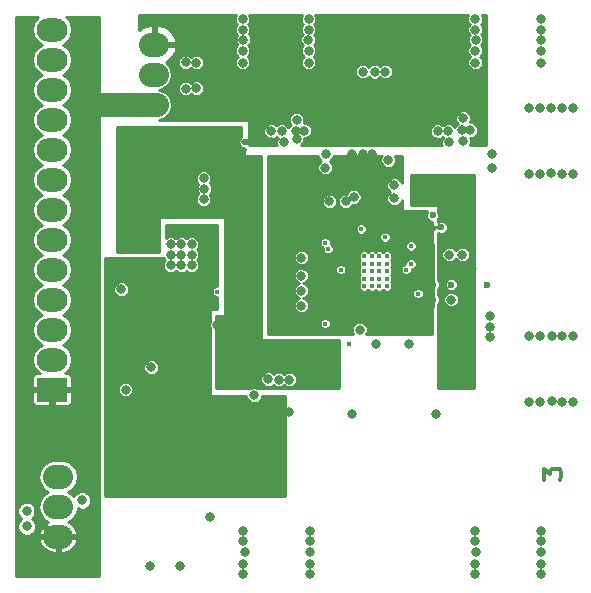
<source format=gbr>
G04 #@! TF.GenerationSoftware,KiCad,Pcbnew,5.0.2-bee76a0~70~ubuntu18.04.1*
G04 #@! TF.CreationDate,2020-07-03T21:26:00+02:00*
G04 #@! TF.ProjectId,lmx2594,6c6d7832-3539-4342-9e6b-696361645f70,rev?*
G04 #@! TF.SameCoordinates,PX463f660PY71d9820*
G04 #@! TF.FileFunction,Copper,L3,Inr*
G04 #@! TF.FilePolarity,Positive*
%FSLAX46Y46*%
G04 Gerber Fmt 4.6, Leading zero omitted, Abs format (unit mm)*
G04 Created by KiCad (PCBNEW 5.0.2-bee76a0~70~ubuntu18.04.1) date fre  3 jul 2020 21:26:00*
%MOMM*%
%LPD*%
G01*
G04 APERTURE LIST*
G04 #@! TA.AperFunction,NonConductor*
%ADD10C,0.300000*%
G04 #@! TD*
G04 #@! TA.AperFunction,ViaPad*
%ADD11R,2.600000X2.000000*%
G04 #@! TD*
G04 #@! TA.AperFunction,ViaPad*
%ADD12O,2.600000X2.000000*%
G04 #@! TD*
G04 #@! TA.AperFunction,ViaPad*
%ADD13O,2.540000X2.032000*%
G04 #@! TD*
G04 #@! TA.AperFunction,ViaPad*
%ADD14C,0.800000*%
G04 #@! TD*
G04 #@! TA.AperFunction,ViaPad*
%ADD15C,0.450000*%
G04 #@! TD*
G04 #@! TA.AperFunction,ViaPad*
%ADD16C,0.600000*%
G04 #@! TD*
G04 #@! TA.AperFunction,Conductor*
%ADD17C,0.500000*%
G04 #@! TD*
G04 #@! TA.AperFunction,Conductor*
%ADD18C,2.000000*%
G04 #@! TD*
G04 #@! TA.AperFunction,Conductor*
%ADD19C,0.250000*%
G04 #@! TD*
G04 #@! TA.AperFunction,Conductor*
%ADD20C,0.205000*%
G04 #@! TD*
G04 #@! TA.AperFunction,Conductor*
%ADD21C,0.292100*%
G04 #@! TD*
G04 #@! TA.AperFunction,Conductor*
%ADD22C,0.254000*%
G04 #@! TD*
G04 APERTURE END LIST*
D10*
X45152571Y8644000D02*
X45152571Y9572572D01*
X45724000Y9072572D01*
X45724000Y9286858D01*
X45795428Y9429715D01*
X45866857Y9501143D01*
X46009714Y9572572D01*
X46366857Y9572572D01*
X46509714Y9501143D01*
X46581142Y9429715D01*
X46652571Y9286858D01*
X46652571Y8858286D01*
X46581142Y8715429D01*
X46509714Y8644000D01*
D11*
G04 #@! TO.N,/VIN*
G04 #@! TO.C,J3*
X3556000Y16256000D03*
D12*
G04 #@! TO.N,/5V_unfilt*
X3556000Y18796000D03*
G04 #@! TO.N,GND*
X3556000Y21336000D03*
G04 #@! TO.N,/3V3*
X3556000Y23876000D03*
G04 #@! TO.N,/SYNC*
X3556000Y26416000D03*
G04 #@! TO.N,/CE*
X3556000Y28956000D03*
G04 #@! TO.N,/RAMPDIR*
X3556000Y31496000D03*
G04 #@! TO.N,/RAMPCLK*
X3556000Y34036000D03*
G04 #@! TO.N,/SCK*
X3556000Y36576000D03*
G04 #@! TO.N,/SDI*
X3556000Y39116000D03*
G04 #@! TO.N,/MUX*
X3556000Y41656000D03*
G04 #@! TO.N,/CSB*
X3556000Y44196000D03*
G04 #@! TO.N,/SYSREFREQ*
X3556000Y46736000D03*
G04 #@! TD*
D13*
G04 #@! TO.N,GND*
G04 #@! TO.C,U1*
X12192000Y42926000D03*
G04 #@! TO.N,/9V*
X12192000Y45466000D03*
G04 #@! TO.N,/VIN*
X12192000Y40386000D03*
G04 #@! TD*
G04 #@! TO.N,GND*
G04 #@! TO.C,U4*
X4064000Y6350000D03*
G04 #@! TO.N,/5V_unfilt*
X4064000Y8890000D03*
G04 #@! TO.N,/VIN*
X4064000Y3810000D03*
G04 #@! TD*
D14*
G04 #@! TO.N,GND*
X36044000Y14224000D03*
X28968000Y14224000D03*
D15*
X31242000Y25019000D03*
D14*
X24650000Y27432000D03*
X24662000Y23368000D03*
X24650000Y24638000D03*
X24650000Y25908000D03*
X37326000Y23876000D03*
X30988000Y20078000D03*
X33782000Y20078000D03*
D15*
X28702000Y20090000D03*
X31242000Y25654000D03*
X30607000Y26289000D03*
X29972000Y27559000D03*
X30607000Y27559000D03*
X31242000Y27559000D03*
X31877000Y27559000D03*
X29972000Y26924000D03*
X31877000Y26924000D03*
X31242000Y26924000D03*
X30607000Y26924000D03*
X29972000Y26289000D03*
X31877000Y26289000D03*
X31242000Y26289000D03*
X30607000Y25654000D03*
X31877000Y25654000D03*
X29972000Y25654000D03*
X29972000Y25019000D03*
X31877000Y25019000D03*
X30607000Y25019000D03*
D16*
X37326000Y25146000D03*
X40374000Y25146000D03*
X35756910Y31021013D03*
D14*
X44914000Y45879000D03*
X45752000Y40088000D03*
X39414000Y45879000D03*
X25229000Y45879000D03*
X19729000Y45879000D03*
X14859000Y43966000D03*
X14859000Y41735000D03*
X16446000Y33274000D03*
X9397376Y24764376D03*
X45879000Y20784000D03*
X45879000Y15284000D03*
X44914000Y2508000D03*
X39414000Y2508000D03*
X25356000Y2508000D03*
X19856000Y2508000D03*
X6096000Y6882000D03*
X24874000Y38191000D03*
X24164000Y38191000D03*
X22987000Y38143000D03*
X22098000Y38143000D03*
X24257000Y39116000D03*
X24257000Y37478002D03*
X23198000Y37211000D03*
X38963000Y38227000D03*
X38253000Y38227000D03*
X38354000Y37338000D03*
X38354000Y39243000D03*
X37168000Y37211000D03*
X37084000Y38143000D03*
X36195000Y38143000D03*
X45752000Y34588000D03*
X22733000Y17106950D03*
X20651845Y15783626D03*
X32512000Y33570000D03*
X38269000Y27686000D03*
X1397000Y4675000D03*
X1397000Y5993000D03*
X30861000Y43156000D03*
X32004000Y35699000D03*
X40616000Y21590000D03*
X14478000Y27686000D03*
X15367000Y27686000D03*
X13589000Y27686000D03*
X13589000Y26797000D03*
X14478000Y26797000D03*
X15367000Y26797000D03*
X15367000Y28575000D03*
X14478000Y28575000D03*
X13589000Y28575000D03*
X16383000Y32385000D03*
X16383000Y34163000D03*
X19685000Y43942000D03*
X19685000Y44958000D03*
X19685000Y47625000D03*
X19685000Y46736000D03*
X25273000Y47625000D03*
X25273000Y46736000D03*
X25273000Y44958000D03*
X25273000Y43942000D03*
X29090949Y32569910D03*
X28414987Y32188910D03*
X27017987Y32188910D03*
X39370000Y47625000D03*
X39370000Y43942000D03*
X39370000Y44958000D03*
X39370000Y46736000D03*
X44958000Y47625000D03*
X44958000Y43942000D03*
X44958000Y44958000D03*
X44958000Y46736000D03*
X47625000Y40132000D03*
X46736000Y40132000D03*
X43942000Y40132000D03*
X44831000Y40132000D03*
X47625000Y34544000D03*
X43942000Y34544000D03*
X44831000Y34544000D03*
X46736000Y34544000D03*
X47625000Y20828000D03*
X43942000Y20828000D03*
X44831000Y20828000D03*
X46736000Y20828000D03*
X47625000Y15240000D03*
X46736000Y15240000D03*
X44831000Y15240000D03*
X43942000Y15240000D03*
X44958000Y635000D03*
X44958000Y1524000D03*
X44958000Y4318000D03*
X44958000Y3429000D03*
X39370000Y635000D03*
X39370000Y1524000D03*
X39370000Y3429000D03*
X39370000Y4318000D03*
X25400000Y635000D03*
X25400000Y1524000D03*
X25400000Y4318000D03*
X25400000Y3429000D03*
X19685000Y635000D03*
X19685000Y1524000D03*
X19685000Y3429000D03*
X19685000Y4318000D03*
X15748000Y43942000D03*
X15748000Y41783000D03*
X11938000Y18161000D03*
X23622000Y17106950D03*
X21844000Y17145000D03*
X31750000Y43180000D03*
X29845000Y43180000D03*
X40640000Y22479000D03*
X40640000Y20701000D03*
X9779000Y16256000D03*
X14351000Y1294000D03*
X11811000Y1294000D03*
X16891000Y5461000D03*
X26670000Y35052000D03*
X40767000Y36195000D03*
X40767000Y35052000D03*
G04 #@! TO.N,/VIN*
X10033000Y40640000D03*
D16*
G04 #@! TO.N,/VRF*
X38874000Y25146000D03*
D14*
X37297360Y17780000D03*
X37338000Y18923000D03*
D16*
X38711000Y31242000D03*
D14*
X37297360Y17780000D03*
X37338000Y16764000D03*
X34459000Y32512000D03*
X37719000Y30099000D03*
D16*
G04 #@! TO.N,/VCC*
X35826000Y23876000D03*
X26150000Y24638000D03*
D14*
X30532015Y30659015D03*
D16*
X35826000Y25146000D03*
D14*
X24765000Y21209000D03*
D16*
X36494910Y30005013D03*
X30988000Y21578000D03*
D14*
X30607000Y36195000D03*
X29845000Y36195000D03*
X28956000Y36195000D03*
G04 #@! TO.N,GND*
X26718782Y36185304D03*
D15*
G04 #@! TO.N,/MUX*
X33941998Y28412000D03*
X17526000Y24564500D03*
G04 #@! TO.N,/RAMPDIR*
X26928043Y28185914D03*
G04 #@! TO.N,/RAMPCLK*
X26670000Y28702000D03*
G04 #@! TO.N,/SCK*
X33528000Y26416000D03*
G04 #@! TO.N,/SDI*
X33941998Y26912000D03*
G04 #@! TO.N,/CSB*
X31738000Y29162000D03*
G04 #@! TO.N,/CE*
X26670000Y21844000D03*
D14*
G04 #@! TO.N,/SYNC*
X29604002Y21320492D03*
G04 #@! TO.N,/3V3*
X26797000Y17780000D03*
X12446000Y33274000D03*
X11811000Y28321000D03*
X11811000Y29591000D03*
X17526000Y21752980D03*
X12446000Y32385000D03*
X12446000Y34163000D03*
X26797000Y18923000D03*
X26797000Y16764000D03*
X18796000Y36576000D03*
X18796000Y37973000D03*
X18796000Y35306000D03*
G04 #@! TO.N,/RFA_BIAS*
X32512000Y32470000D03*
G04 #@! TO.N,/RFB_BIAS*
X37169000Y27686000D03*
D15*
G04 #@! TO.N,/VTUNE*
X27988000Y26412000D03*
G04 #@! TO.N,/CPOUT*
X34532000Y24389000D03*
D14*
G04 #@! TO.N,/5V*
X19982180Y10033000D03*
X17145000Y29591000D03*
X10795000Y23011980D03*
X20574000Y14478000D03*
X22733000Y14351000D03*
X19939000Y8890000D03*
X19939000Y11303000D03*
X23622000Y14351000D03*
X21844000Y14351000D03*
G04 #@! TO.N,/9V*
X22098000Y37211000D03*
X36068000Y37211000D03*
X35052000Y37743000D03*
X20955000Y37743000D03*
D15*
G04 #@! TO.N,Net-(U3-Pad28)*
X29718000Y29845000D03*
G04 #@! TD*
D17*
G04 #@! TO.N,/VIN*
X2294000Y5326000D02*
X3810000Y3810000D01*
X2294000Y13494000D02*
X2294000Y5326000D01*
X3556000Y14756000D02*
X2294000Y13494000D01*
X3810000Y3810000D02*
X4064000Y3810000D01*
X3556000Y16256000D02*
X3556000Y14756000D01*
X5356000Y16256000D02*
X6096000Y16996000D01*
X3556000Y16256000D02*
X5356000Y16256000D01*
X6096000Y16996000D02*
X6096000Y39624000D01*
X6096000Y39624000D02*
X6858000Y40386000D01*
D18*
X8922000Y40386000D02*
X6858000Y40386000D01*
X12192000Y40386000D02*
X8922000Y40386000D01*
D19*
G04 #@! TO.N,/VRF*
X37338000Y29948000D02*
X37338000Y31640000D01*
D17*
X38874000Y23001000D02*
X38874000Y23876000D01*
X38874000Y21977920D02*
X38874000Y23001000D01*
X36746180Y19850100D02*
X38874000Y21977920D01*
X36746180Y19050000D02*
X36746180Y19850100D01*
D19*
X38874000Y24501000D02*
X38108887Y25266113D01*
X38874000Y23876000D02*
X38874000Y24501000D01*
D20*
X38131640Y26565753D02*
X38108887Y26543000D01*
D19*
X38108887Y25266113D02*
X38108887Y26543000D01*
D21*
X38874000Y25146000D02*
X38874000Y24501000D01*
X36772315Y18923000D02*
X36746180Y18949135D01*
X36746180Y18949135D02*
X36746180Y19050000D01*
X37338000Y18923000D02*
X36772315Y18923000D01*
X37620900Y31640000D02*
X37338000Y31640000D01*
X38018900Y31242000D02*
X37620900Y31640000D01*
X38711000Y31242000D02*
X38018900Y31242000D01*
D20*
X38989000Y26565753D02*
X38131640Y26565753D01*
X39426812Y26565753D02*
X38989000Y26565753D01*
D17*
X36466000Y32512000D02*
X34459000Y32512000D01*
X37338000Y31640000D02*
X36466000Y32512000D01*
X37338000Y29948000D02*
X37719000Y30099000D01*
X38874000Y28412000D02*
X39116000Y28170000D01*
X39116000Y26692753D02*
X38989000Y26565753D01*
X37719000Y30099000D02*
X38874000Y28412000D01*
X39116000Y28170000D02*
X39116000Y26692753D01*
D19*
G04 #@! TO.N,/VCC*
X35826000Y23251000D02*
X35826000Y23876000D01*
X33833000Y21258000D02*
X35826000Y23251000D01*
X31750000Y21258000D02*
X33833000Y21258000D01*
X35826000Y23876000D02*
X35826000Y25908000D01*
X35826000Y25908000D02*
X35826000Y28548232D01*
X31515193Y30826191D02*
X31496000Y30806998D01*
X33548041Y30826191D02*
X31515193Y30826191D01*
X31750000Y21283000D02*
X31750000Y21258000D01*
X28395000Y24638000D02*
X31750000Y21283000D01*
X26150000Y24638000D02*
X28395000Y24638000D01*
D21*
X30988000Y30607000D02*
X30353000Y31750000D01*
X30353000Y31750000D02*
X30645051Y33362949D01*
D19*
X31296002Y30607000D02*
X31515193Y30826191D01*
X30988000Y30607000D02*
X31296002Y30607000D01*
D21*
X30584030Y30607000D02*
X30532015Y30659015D01*
X30988000Y30607000D02*
X30584030Y30607000D01*
D19*
X26150000Y24013000D02*
X26150000Y24638000D01*
X26150000Y23159685D02*
X26150000Y24013000D01*
X24765000Y21774685D02*
X26150000Y23159685D01*
X24765000Y21209000D02*
X24765000Y21774685D01*
D21*
X35420940Y29464000D02*
X34910232Y29464000D01*
X36494910Y30005013D02*
X35961953Y30005013D01*
X35961953Y30005013D02*
X35420940Y29464000D01*
D19*
X35826000Y28548232D02*
X34910232Y29464000D01*
X34910232Y29464000D02*
X33548041Y30826191D01*
D21*
X31655100Y21578000D02*
X31750000Y21483100D01*
X31750000Y21483100D02*
X31750000Y21283000D01*
X30988000Y21578000D02*
X31655100Y21578000D01*
D19*
X30607000Y33401000D02*
X30607000Y36195000D01*
X30645051Y33362949D02*
X30607000Y33401000D01*
D21*
G04 #@! TO.N,/3V3*
X22225000Y17780000D02*
X26797000Y17780000D01*
X19812000Y20193000D02*
X22225000Y17780000D01*
D17*
X14605000Y35433000D02*
X12446000Y33274000D01*
X19522020Y21752980D02*
X19812000Y21463000D01*
X17526000Y21752980D02*
X19522020Y21752980D01*
D21*
X19812000Y21463000D02*
X19812000Y20193000D01*
X19812000Y36576000D02*
X19812000Y35179000D01*
X19812000Y35179000D02*
X19812000Y21463000D01*
D17*
X19812000Y36576000D02*
X18796000Y36576000D01*
X14732000Y35306000D02*
X18796000Y35306000D01*
X14605000Y35433000D02*
X14732000Y35306000D01*
G04 #@! TO.N,/5V*
X18031840Y10033000D02*
X10795000Y17269840D01*
X10795000Y17269840D02*
X10795000Y23011980D01*
X19982180Y10033000D02*
X18031840Y10033000D01*
X19982180Y10033000D02*
X19982180Y13886180D01*
X19982180Y13886180D02*
X20574000Y14478000D01*
X20574000Y14478000D02*
X22606000Y14478000D01*
X22606000Y14478000D02*
X22733000Y14351000D01*
X11194999Y23411979D02*
X16045979Y23411979D01*
X10795000Y23011980D02*
X11194999Y23411979D01*
X16745001Y24111001D02*
X16045979Y23411979D01*
X16745001Y29191001D02*
X16745001Y24111001D01*
X17145000Y29591000D02*
X16745001Y29191001D01*
G04 #@! TO.N,/9V*
X22098000Y37211000D02*
X19812000Y37211000D01*
X20955000Y38643000D02*
X20955000Y37743000D01*
X22205001Y39893001D02*
X20955000Y38643000D01*
X33042999Y39893001D02*
X22205001Y39893001D01*
X34685000Y38251000D02*
X33042999Y39893001D01*
X34685000Y38110000D02*
X35052000Y37743000D01*
X34685000Y38251000D02*
X34685000Y38110000D01*
X18288000Y43810002D02*
X22205001Y39893001D01*
X18288000Y44069000D02*
X18288000Y43810002D01*
X12192000Y45466000D02*
X16891000Y45466000D01*
X16891000Y45466000D02*
X18288000Y44069000D01*
G04 #@! TD*
D22*
G04 #@! TO.N,/VIN*
G36*
X2260355Y47731645D02*
X1955127Y47274839D01*
X1847945Y46736000D01*
X1955127Y46197161D01*
X2260355Y45740355D01*
X2670956Y45466000D01*
X2260355Y45191645D01*
X1955127Y44734839D01*
X1847945Y44196000D01*
X1955127Y43657161D01*
X2260355Y43200355D01*
X2670956Y42926000D01*
X2260355Y42651645D01*
X1955127Y42194839D01*
X1847945Y41656000D01*
X1955127Y41117161D01*
X2260355Y40660355D01*
X2670956Y40386000D01*
X2260355Y40111645D01*
X1955127Y39654839D01*
X1847945Y39116000D01*
X1955127Y38577161D01*
X2260355Y38120355D01*
X2670956Y37846000D01*
X2260355Y37571645D01*
X1955127Y37114839D01*
X1847945Y36576000D01*
X1955127Y36037161D01*
X2260355Y35580355D01*
X2670956Y35306000D01*
X2260355Y35031645D01*
X1955127Y34574839D01*
X1847945Y34036000D01*
X1955127Y33497161D01*
X2260355Y33040355D01*
X2670956Y32766000D01*
X2260355Y32491645D01*
X1955127Y32034839D01*
X1847945Y31496000D01*
X1955127Y30957161D01*
X2260355Y30500355D01*
X2670956Y30226000D01*
X2260355Y29951645D01*
X1955127Y29494839D01*
X1847945Y28956000D01*
X1955127Y28417161D01*
X2260355Y27960355D01*
X2670956Y27686000D01*
X2260355Y27411645D01*
X1955127Y26954839D01*
X1847945Y26416000D01*
X1955127Y25877161D01*
X2260355Y25420355D01*
X2670956Y25146000D01*
X2260355Y24871645D01*
X1955127Y24414839D01*
X1847945Y23876000D01*
X1955127Y23337161D01*
X2260355Y22880355D01*
X2670956Y22606000D01*
X2260355Y22331645D01*
X1955127Y21874839D01*
X1847945Y21336000D01*
X1955127Y20797161D01*
X2260355Y20340355D01*
X2670956Y20066000D01*
X2260355Y19791645D01*
X1955127Y19334839D01*
X1847945Y18796000D01*
X1955127Y18257161D01*
X2260355Y17800355D01*
X2504833Y17637000D01*
X2180215Y17637000D01*
X2040181Y17578996D01*
X1933004Y17471820D01*
X1875000Y17331786D01*
X1875000Y16478250D01*
X1970250Y16383000D01*
X3429000Y16383000D01*
X3429000Y16403000D01*
X3683000Y16403000D01*
X3683000Y16383000D01*
X5141750Y16383000D01*
X5237000Y16478250D01*
X5237000Y17331786D01*
X5178996Y17471820D01*
X5071819Y17578996D01*
X4931785Y17637000D01*
X4607167Y17637000D01*
X4851645Y17800355D01*
X5156873Y18257161D01*
X5264055Y18796000D01*
X5156873Y19334839D01*
X4851645Y19791645D01*
X4441044Y20066000D01*
X4851645Y20340355D01*
X5156873Y20797161D01*
X5264055Y21336000D01*
X5156873Y21874839D01*
X4851645Y22331645D01*
X4441044Y22606000D01*
X4851645Y22880355D01*
X5156873Y23337161D01*
X5264055Y23876000D01*
X5156873Y24414839D01*
X4851645Y24871645D01*
X4441044Y25146000D01*
X4851645Y25420355D01*
X5156873Y25877161D01*
X5264055Y26416000D01*
X5156873Y26954839D01*
X4851645Y27411645D01*
X4441044Y27686000D01*
X4851645Y27960355D01*
X5156873Y28417161D01*
X5264055Y28956000D01*
X5156873Y29494839D01*
X4851645Y29951645D01*
X4441044Y30226000D01*
X4851645Y30500355D01*
X5156873Y30957161D01*
X5264055Y31496000D01*
X5156873Y32034839D01*
X4851645Y32491645D01*
X4441044Y32766000D01*
X4851645Y33040355D01*
X5156873Y33497161D01*
X5264055Y34036000D01*
X5156873Y34574839D01*
X4851645Y35031645D01*
X4441044Y35306000D01*
X4851645Y35580355D01*
X5156873Y36037161D01*
X5264055Y36576000D01*
X5156873Y37114839D01*
X4851645Y37571645D01*
X4441044Y37846000D01*
X4851645Y38120355D01*
X5156873Y38577161D01*
X5264055Y39116000D01*
X5156873Y39654839D01*
X4851645Y40111645D01*
X4441044Y40386000D01*
X4851645Y40660355D01*
X5156873Y41117161D01*
X5264055Y41656000D01*
X5156873Y42194839D01*
X4851645Y42651645D01*
X4441044Y42926000D01*
X4851645Y43200355D01*
X5156873Y43657161D01*
X5264055Y44196000D01*
X5156873Y44734839D01*
X4851645Y45191645D01*
X4441044Y45466000D01*
X4851645Y45740355D01*
X5156873Y46197161D01*
X5264055Y46736000D01*
X5156873Y47274839D01*
X4851645Y47731645D01*
X4743358Y47804000D01*
X7493000Y47804000D01*
X7493000Y456000D01*
X456000Y456000D01*
X456000Y3466930D01*
X2455780Y3466930D01*
X2470740Y3392723D01*
X2732370Y2911974D01*
X3158059Y2567941D01*
X3683000Y2413000D01*
X3937000Y2413000D01*
X3937000Y3683000D01*
X4191000Y3683000D01*
X4191000Y2413000D01*
X4445000Y2413000D01*
X4969941Y2567941D01*
X5395630Y2911974D01*
X5657260Y3392723D01*
X5672220Y3466930D01*
X5613540Y3683000D01*
X4191000Y3683000D01*
X3937000Y3683000D01*
X2514460Y3683000D01*
X2455780Y3466930D01*
X456000Y3466930D01*
X456000Y6148351D01*
X616000Y6148351D01*
X616000Y5837649D01*
X734900Y5550599D01*
X951499Y5334000D01*
X734900Y5117401D01*
X616000Y4830351D01*
X616000Y4519649D01*
X734900Y4232599D01*
X954599Y4012900D01*
X1241649Y3894000D01*
X1552351Y3894000D01*
X1839401Y4012900D01*
X2059100Y4232599D01*
X2178000Y4519649D01*
X2178000Y4830351D01*
X2059100Y5117401D01*
X1842501Y5334000D01*
X2059100Y5550599D01*
X2178000Y5837649D01*
X2178000Y6148351D01*
X2059100Y6435401D01*
X1839401Y6655100D01*
X1552351Y6774000D01*
X1241649Y6774000D01*
X954599Y6655100D01*
X734900Y6435401D01*
X616000Y6148351D01*
X456000Y6148351D01*
X456000Y8890000D01*
X2385632Y8890000D01*
X2494056Y8344918D01*
X2802820Y7882820D01*
X3196158Y7620000D01*
X2802820Y7357180D01*
X2494056Y6895082D01*
X2385632Y6350000D01*
X2494056Y5804918D01*
X2802820Y5342820D01*
X3213489Y5068420D01*
X3158059Y5052059D01*
X2732370Y4708026D01*
X2470740Y4227277D01*
X2455780Y4153070D01*
X2514460Y3937000D01*
X3937000Y3937000D01*
X3937000Y3957000D01*
X4191000Y3957000D01*
X4191000Y3937000D01*
X5613540Y3937000D01*
X5672220Y4153070D01*
X5657260Y4227277D01*
X5395630Y4708026D01*
X4969941Y5052059D01*
X4914511Y5068420D01*
X5325180Y5342820D01*
X5633944Y5804918D01*
X5711702Y6195833D01*
X5940649Y6101000D01*
X6251351Y6101000D01*
X6538401Y6219900D01*
X6758100Y6439599D01*
X6877000Y6726649D01*
X6877000Y7037351D01*
X6758100Y7324401D01*
X6538401Y7544100D01*
X6251351Y7663000D01*
X5940649Y7663000D01*
X5653599Y7544100D01*
X5433900Y7324401D01*
X5400676Y7244192D01*
X5325180Y7357180D01*
X4931842Y7620000D01*
X5325180Y7882820D01*
X5633944Y8344918D01*
X5742368Y8890000D01*
X5633944Y9435082D01*
X5325180Y9897180D01*
X4863082Y10205944D01*
X4455588Y10287000D01*
X3672412Y10287000D01*
X3264918Y10205944D01*
X2802820Y9897180D01*
X2494056Y9435082D01*
X2385632Y8890000D01*
X456000Y8890000D01*
X456000Y16033750D01*
X1875000Y16033750D01*
X1875000Y15180214D01*
X1933004Y15040180D01*
X2040181Y14933004D01*
X2180215Y14875000D01*
X3333750Y14875000D01*
X3429000Y14970250D01*
X3429000Y16129000D01*
X3683000Y16129000D01*
X3683000Y14970250D01*
X3778250Y14875000D01*
X4931785Y14875000D01*
X5071819Y14933004D01*
X5178996Y15040180D01*
X5237000Y15180214D01*
X5237000Y16033750D01*
X5141750Y16129000D01*
X3683000Y16129000D01*
X3429000Y16129000D01*
X1970250Y16129000D01*
X1875000Y16033750D01*
X456000Y16033750D01*
X456000Y47804000D01*
X2368642Y47804000D01*
X2260355Y47731645D01*
X2260355Y47731645D01*
G37*
X2260355Y47731645D02*
X1955127Y47274839D01*
X1847945Y46736000D01*
X1955127Y46197161D01*
X2260355Y45740355D01*
X2670956Y45466000D01*
X2260355Y45191645D01*
X1955127Y44734839D01*
X1847945Y44196000D01*
X1955127Y43657161D01*
X2260355Y43200355D01*
X2670956Y42926000D01*
X2260355Y42651645D01*
X1955127Y42194839D01*
X1847945Y41656000D01*
X1955127Y41117161D01*
X2260355Y40660355D01*
X2670956Y40386000D01*
X2260355Y40111645D01*
X1955127Y39654839D01*
X1847945Y39116000D01*
X1955127Y38577161D01*
X2260355Y38120355D01*
X2670956Y37846000D01*
X2260355Y37571645D01*
X1955127Y37114839D01*
X1847945Y36576000D01*
X1955127Y36037161D01*
X2260355Y35580355D01*
X2670956Y35306000D01*
X2260355Y35031645D01*
X1955127Y34574839D01*
X1847945Y34036000D01*
X1955127Y33497161D01*
X2260355Y33040355D01*
X2670956Y32766000D01*
X2260355Y32491645D01*
X1955127Y32034839D01*
X1847945Y31496000D01*
X1955127Y30957161D01*
X2260355Y30500355D01*
X2670956Y30226000D01*
X2260355Y29951645D01*
X1955127Y29494839D01*
X1847945Y28956000D01*
X1955127Y28417161D01*
X2260355Y27960355D01*
X2670956Y27686000D01*
X2260355Y27411645D01*
X1955127Y26954839D01*
X1847945Y26416000D01*
X1955127Y25877161D01*
X2260355Y25420355D01*
X2670956Y25146000D01*
X2260355Y24871645D01*
X1955127Y24414839D01*
X1847945Y23876000D01*
X1955127Y23337161D01*
X2260355Y22880355D01*
X2670956Y22606000D01*
X2260355Y22331645D01*
X1955127Y21874839D01*
X1847945Y21336000D01*
X1955127Y20797161D01*
X2260355Y20340355D01*
X2670956Y20066000D01*
X2260355Y19791645D01*
X1955127Y19334839D01*
X1847945Y18796000D01*
X1955127Y18257161D01*
X2260355Y17800355D01*
X2504833Y17637000D01*
X2180215Y17637000D01*
X2040181Y17578996D01*
X1933004Y17471820D01*
X1875000Y17331786D01*
X1875000Y16478250D01*
X1970250Y16383000D01*
X3429000Y16383000D01*
X3429000Y16403000D01*
X3683000Y16403000D01*
X3683000Y16383000D01*
X5141750Y16383000D01*
X5237000Y16478250D01*
X5237000Y17331786D01*
X5178996Y17471820D01*
X5071819Y17578996D01*
X4931785Y17637000D01*
X4607167Y17637000D01*
X4851645Y17800355D01*
X5156873Y18257161D01*
X5264055Y18796000D01*
X5156873Y19334839D01*
X4851645Y19791645D01*
X4441044Y20066000D01*
X4851645Y20340355D01*
X5156873Y20797161D01*
X5264055Y21336000D01*
X5156873Y21874839D01*
X4851645Y22331645D01*
X4441044Y22606000D01*
X4851645Y22880355D01*
X5156873Y23337161D01*
X5264055Y23876000D01*
X5156873Y24414839D01*
X4851645Y24871645D01*
X4441044Y25146000D01*
X4851645Y25420355D01*
X5156873Y25877161D01*
X5264055Y26416000D01*
X5156873Y26954839D01*
X4851645Y27411645D01*
X4441044Y27686000D01*
X4851645Y27960355D01*
X5156873Y28417161D01*
X5264055Y28956000D01*
X5156873Y29494839D01*
X4851645Y29951645D01*
X4441044Y30226000D01*
X4851645Y30500355D01*
X5156873Y30957161D01*
X5264055Y31496000D01*
X5156873Y32034839D01*
X4851645Y32491645D01*
X4441044Y32766000D01*
X4851645Y33040355D01*
X5156873Y33497161D01*
X5264055Y34036000D01*
X5156873Y34574839D01*
X4851645Y35031645D01*
X4441044Y35306000D01*
X4851645Y35580355D01*
X5156873Y36037161D01*
X5264055Y36576000D01*
X5156873Y37114839D01*
X4851645Y37571645D01*
X4441044Y37846000D01*
X4851645Y38120355D01*
X5156873Y38577161D01*
X5264055Y39116000D01*
X5156873Y39654839D01*
X4851645Y40111645D01*
X4441044Y40386000D01*
X4851645Y40660355D01*
X5156873Y41117161D01*
X5264055Y41656000D01*
X5156873Y42194839D01*
X4851645Y42651645D01*
X4441044Y42926000D01*
X4851645Y43200355D01*
X5156873Y43657161D01*
X5264055Y44196000D01*
X5156873Y44734839D01*
X4851645Y45191645D01*
X4441044Y45466000D01*
X4851645Y45740355D01*
X5156873Y46197161D01*
X5264055Y46736000D01*
X5156873Y47274839D01*
X4851645Y47731645D01*
X4743358Y47804000D01*
X7493000Y47804000D01*
X7493000Y456000D01*
X456000Y456000D01*
X456000Y3466930D01*
X2455780Y3466930D01*
X2470740Y3392723D01*
X2732370Y2911974D01*
X3158059Y2567941D01*
X3683000Y2413000D01*
X3937000Y2413000D01*
X3937000Y3683000D01*
X4191000Y3683000D01*
X4191000Y2413000D01*
X4445000Y2413000D01*
X4969941Y2567941D01*
X5395630Y2911974D01*
X5657260Y3392723D01*
X5672220Y3466930D01*
X5613540Y3683000D01*
X4191000Y3683000D01*
X3937000Y3683000D01*
X2514460Y3683000D01*
X2455780Y3466930D01*
X456000Y3466930D01*
X456000Y6148351D01*
X616000Y6148351D01*
X616000Y5837649D01*
X734900Y5550599D01*
X951499Y5334000D01*
X734900Y5117401D01*
X616000Y4830351D01*
X616000Y4519649D01*
X734900Y4232599D01*
X954599Y4012900D01*
X1241649Y3894000D01*
X1552351Y3894000D01*
X1839401Y4012900D01*
X2059100Y4232599D01*
X2178000Y4519649D01*
X2178000Y4830351D01*
X2059100Y5117401D01*
X1842501Y5334000D01*
X2059100Y5550599D01*
X2178000Y5837649D01*
X2178000Y6148351D01*
X2059100Y6435401D01*
X1839401Y6655100D01*
X1552351Y6774000D01*
X1241649Y6774000D01*
X954599Y6655100D01*
X734900Y6435401D01*
X616000Y6148351D01*
X456000Y6148351D01*
X456000Y8890000D01*
X2385632Y8890000D01*
X2494056Y8344918D01*
X2802820Y7882820D01*
X3196158Y7620000D01*
X2802820Y7357180D01*
X2494056Y6895082D01*
X2385632Y6350000D01*
X2494056Y5804918D01*
X2802820Y5342820D01*
X3213489Y5068420D01*
X3158059Y5052059D01*
X2732370Y4708026D01*
X2470740Y4227277D01*
X2455780Y4153070D01*
X2514460Y3937000D01*
X3937000Y3937000D01*
X3937000Y3957000D01*
X4191000Y3957000D01*
X4191000Y3937000D01*
X5613540Y3937000D01*
X5672220Y4153070D01*
X5657260Y4227277D01*
X5395630Y4708026D01*
X4969941Y5052059D01*
X4914511Y5068420D01*
X5325180Y5342820D01*
X5633944Y5804918D01*
X5711702Y6195833D01*
X5940649Y6101000D01*
X6251351Y6101000D01*
X6538401Y6219900D01*
X6758100Y6439599D01*
X6877000Y6726649D01*
X6877000Y7037351D01*
X6758100Y7324401D01*
X6538401Y7544100D01*
X6251351Y7663000D01*
X5940649Y7663000D01*
X5653599Y7544100D01*
X5433900Y7324401D01*
X5400676Y7244192D01*
X5325180Y7357180D01*
X4931842Y7620000D01*
X5325180Y7882820D01*
X5633944Y8344918D01*
X5742368Y8890000D01*
X5633944Y9435082D01*
X5325180Y9897180D01*
X4863082Y10205944D01*
X4455588Y10287000D01*
X3672412Y10287000D01*
X3264918Y10205944D01*
X2802820Y9897180D01*
X2494056Y9435082D01*
X2385632Y8890000D01*
X456000Y8890000D01*
X456000Y16033750D01*
X1875000Y16033750D01*
X1875000Y15180214D01*
X1933004Y15040180D01*
X2040181Y14933004D01*
X2180215Y14875000D01*
X3333750Y14875000D01*
X3429000Y14970250D01*
X3429000Y16129000D01*
X3683000Y16129000D01*
X3683000Y14970250D01*
X3778250Y14875000D01*
X4931785Y14875000D01*
X5071819Y14933004D01*
X5178996Y15040180D01*
X5237000Y15180214D01*
X5237000Y16033750D01*
X5141750Y16129000D01*
X3683000Y16129000D01*
X3429000Y16129000D01*
X1970250Y16129000D01*
X1875000Y16033750D01*
X456000Y16033750D01*
X456000Y47804000D01*
X2368642Y47804000D01*
X2260355Y47731645D01*
G04 #@! TO.N,/VRF*
G36*
X39243000Y16383000D02*
X36195000Y16383000D01*
X36195000Y23163399D01*
X36205000Y23213672D01*
X36205000Y23213673D01*
X36212425Y23251000D01*
X36205000Y23288326D01*
X36205000Y23471525D01*
X36295659Y23562184D01*
X36380000Y23765802D01*
X36380000Y23986198D01*
X36371761Y24006089D01*
X36672000Y24006089D01*
X36672000Y23745911D01*
X36771565Y23505539D01*
X36955539Y23321565D01*
X37195911Y23222000D01*
X37456089Y23222000D01*
X37696461Y23321565D01*
X37880435Y23505539D01*
X37980000Y23745911D01*
X37980000Y24006089D01*
X37880435Y24246461D01*
X37696461Y24430435D01*
X37456089Y24530000D01*
X37195911Y24530000D01*
X36955539Y24430435D01*
X36771565Y24246461D01*
X36672000Y24006089D01*
X36371761Y24006089D01*
X36295659Y24189816D01*
X36205000Y24280475D01*
X36205000Y24741525D01*
X36295659Y24832184D01*
X36380000Y25035802D01*
X36380000Y25256198D01*
X36772000Y25256198D01*
X36772000Y25035802D01*
X36856341Y24832184D01*
X37012184Y24676341D01*
X37215802Y24592000D01*
X37436198Y24592000D01*
X37639816Y24676341D01*
X37795659Y24832184D01*
X37880000Y25035802D01*
X37880000Y25256198D01*
X37795659Y25459816D01*
X37639816Y25615659D01*
X37436198Y25700000D01*
X37215802Y25700000D01*
X37012184Y25615659D01*
X36856341Y25459816D01*
X36772000Y25256198D01*
X36380000Y25256198D01*
X36295659Y25459816D01*
X36205000Y25550475D01*
X36205000Y27816089D01*
X36515000Y27816089D01*
X36515000Y27555911D01*
X36614565Y27315539D01*
X36798539Y27131565D01*
X37038911Y27032000D01*
X37299089Y27032000D01*
X37539461Y27131565D01*
X37719000Y27311104D01*
X37898539Y27131565D01*
X38138911Y27032000D01*
X38399089Y27032000D01*
X38639461Y27131565D01*
X38823435Y27315539D01*
X38923000Y27555911D01*
X38923000Y27816089D01*
X38823435Y28056461D01*
X38639461Y28240435D01*
X38399089Y28340000D01*
X38138911Y28340000D01*
X37898539Y28240435D01*
X37719000Y28060896D01*
X37539461Y28240435D01*
X37299089Y28340000D01*
X37038911Y28340000D01*
X36798539Y28240435D01*
X36614565Y28056461D01*
X36515000Y27816089D01*
X36205000Y27816089D01*
X36205000Y28510904D01*
X36212425Y28548232D01*
X36195000Y28635833D01*
X36195000Y29529594D01*
X36384712Y29451013D01*
X36605108Y29451013D01*
X36808726Y29535354D01*
X36964569Y29691197D01*
X37048910Y29894815D01*
X37048910Y30115211D01*
X36964569Y30318829D01*
X36808726Y30474672D01*
X36605108Y30559013D01*
X36384712Y30559013D01*
X36195000Y30480432D01*
X36195000Y30675628D01*
X36226569Y30707197D01*
X36310910Y30910815D01*
X36310910Y31131211D01*
X36226569Y31334829D01*
X36195000Y31366398D01*
X36195000Y31750000D01*
X36185333Y31798601D01*
X36157803Y31839803D01*
X36116601Y31867333D01*
X36068000Y31877000D01*
X33909000Y31877000D01*
X33909000Y34417000D01*
X39243000Y34417000D01*
X39243000Y16383000D01*
X39243000Y16383000D01*
G37*
X39243000Y16383000D02*
X36195000Y16383000D01*
X36195000Y23163399D01*
X36205000Y23213672D01*
X36205000Y23213673D01*
X36212425Y23251000D01*
X36205000Y23288326D01*
X36205000Y23471525D01*
X36295659Y23562184D01*
X36380000Y23765802D01*
X36380000Y23986198D01*
X36371761Y24006089D01*
X36672000Y24006089D01*
X36672000Y23745911D01*
X36771565Y23505539D01*
X36955539Y23321565D01*
X37195911Y23222000D01*
X37456089Y23222000D01*
X37696461Y23321565D01*
X37880435Y23505539D01*
X37980000Y23745911D01*
X37980000Y24006089D01*
X37880435Y24246461D01*
X37696461Y24430435D01*
X37456089Y24530000D01*
X37195911Y24530000D01*
X36955539Y24430435D01*
X36771565Y24246461D01*
X36672000Y24006089D01*
X36371761Y24006089D01*
X36295659Y24189816D01*
X36205000Y24280475D01*
X36205000Y24741525D01*
X36295659Y24832184D01*
X36380000Y25035802D01*
X36380000Y25256198D01*
X36772000Y25256198D01*
X36772000Y25035802D01*
X36856341Y24832184D01*
X37012184Y24676341D01*
X37215802Y24592000D01*
X37436198Y24592000D01*
X37639816Y24676341D01*
X37795659Y24832184D01*
X37880000Y25035802D01*
X37880000Y25256198D01*
X37795659Y25459816D01*
X37639816Y25615659D01*
X37436198Y25700000D01*
X37215802Y25700000D01*
X37012184Y25615659D01*
X36856341Y25459816D01*
X36772000Y25256198D01*
X36380000Y25256198D01*
X36295659Y25459816D01*
X36205000Y25550475D01*
X36205000Y27816089D01*
X36515000Y27816089D01*
X36515000Y27555911D01*
X36614565Y27315539D01*
X36798539Y27131565D01*
X37038911Y27032000D01*
X37299089Y27032000D01*
X37539461Y27131565D01*
X37719000Y27311104D01*
X37898539Y27131565D01*
X38138911Y27032000D01*
X38399089Y27032000D01*
X38639461Y27131565D01*
X38823435Y27315539D01*
X38923000Y27555911D01*
X38923000Y27816089D01*
X38823435Y28056461D01*
X38639461Y28240435D01*
X38399089Y28340000D01*
X38138911Y28340000D01*
X37898539Y28240435D01*
X37719000Y28060896D01*
X37539461Y28240435D01*
X37299089Y28340000D01*
X37038911Y28340000D01*
X36798539Y28240435D01*
X36614565Y28056461D01*
X36515000Y27816089D01*
X36205000Y27816089D01*
X36205000Y28510904D01*
X36212425Y28548232D01*
X36195000Y28635833D01*
X36195000Y29529594D01*
X36384712Y29451013D01*
X36605108Y29451013D01*
X36808726Y29535354D01*
X36964569Y29691197D01*
X37048910Y29894815D01*
X37048910Y30115211D01*
X36964569Y30318829D01*
X36808726Y30474672D01*
X36605108Y30559013D01*
X36384712Y30559013D01*
X36195000Y30480432D01*
X36195000Y30675628D01*
X36226569Y30707197D01*
X36310910Y30910815D01*
X36310910Y31131211D01*
X36226569Y31334829D01*
X36195000Y31366398D01*
X36195000Y31750000D01*
X36185333Y31798601D01*
X36157803Y31839803D01*
X36116601Y31867333D01*
X36068000Y31877000D01*
X33909000Y31877000D01*
X33909000Y34417000D01*
X39243000Y34417000D01*
X39243000Y16383000D01*
G04 #@! TO.N,/VCC*
G36*
X26064782Y36055215D02*
X26164347Y35814843D01*
X26348321Y35630869D01*
X26353425Y35628755D01*
X26299539Y35606435D01*
X26115565Y35422461D01*
X26016000Y35182089D01*
X26016000Y34921911D01*
X26115565Y34681539D01*
X26299539Y34497565D01*
X26539911Y34398000D01*
X26800089Y34398000D01*
X27040461Y34497565D01*
X27224435Y34681539D01*
X27324000Y34921911D01*
X27324000Y35182089D01*
X27224435Y35422461D01*
X27040461Y35606435D01*
X27035357Y35608549D01*
X27089243Y35630869D01*
X27273217Y35814843D01*
X27372782Y36055215D01*
X27372782Y36068000D01*
X31448960Y36068000D01*
X31350000Y35829089D01*
X31350000Y35568911D01*
X31449565Y35328539D01*
X31633539Y35144565D01*
X31873911Y35045000D01*
X32134089Y35045000D01*
X32374461Y35144565D01*
X32558435Y35328539D01*
X32658000Y35568911D01*
X32658000Y35829089D01*
X32559040Y36068000D01*
X33147000Y36068000D01*
X33147000Y33745959D01*
X33066435Y33940461D01*
X32882461Y34124435D01*
X32642089Y34224000D01*
X32381911Y34224000D01*
X32141539Y34124435D01*
X31957565Y33940461D01*
X31858000Y33700089D01*
X31858000Y33439911D01*
X31957565Y33199539D01*
X32137104Y33020000D01*
X31957565Y32840461D01*
X31858000Y32600089D01*
X31858000Y32339911D01*
X31957565Y32099539D01*
X32141539Y31915565D01*
X32381911Y31816000D01*
X32642089Y31816000D01*
X32882461Y31915565D01*
X33066435Y32099539D01*
X33147000Y32294041D01*
X33147000Y31496000D01*
X33156667Y31447399D01*
X33184197Y31406197D01*
X33225399Y31378667D01*
X33274000Y31369000D01*
X35321422Y31369000D01*
X35287251Y31334829D01*
X35202910Y31131211D01*
X35202910Y30910815D01*
X35287251Y30707197D01*
X35443094Y30551354D01*
X35646712Y30467013D01*
X35687000Y30467013D01*
X35687000Y20955000D01*
X30160495Y20955000D01*
X30258002Y21190403D01*
X30258002Y21450581D01*
X30158437Y21690953D01*
X29974463Y21874927D01*
X29734091Y21974492D01*
X29473913Y21974492D01*
X29233541Y21874927D01*
X29049567Y21690953D01*
X28950002Y21450581D01*
X28950002Y21190403D01*
X29047509Y20955000D01*
X21844000Y20955000D01*
X21844000Y21939279D01*
X26191000Y21939279D01*
X26191000Y21748721D01*
X26263924Y21572668D01*
X26398668Y21437924D01*
X26574721Y21365000D01*
X26765279Y21365000D01*
X26941332Y21437924D01*
X27076076Y21572668D01*
X27149000Y21748721D01*
X27149000Y21939279D01*
X27076076Y22115332D01*
X26941332Y22250076D01*
X26765279Y22323000D01*
X26574721Y22323000D01*
X26398668Y22250076D01*
X26263924Y22115332D01*
X26191000Y21939279D01*
X21844000Y21939279D01*
X21844000Y26038089D01*
X23996000Y26038089D01*
X23996000Y25777911D01*
X24095565Y25537539D01*
X24279539Y25353565D01*
X24474041Y25273000D01*
X24279539Y25192435D01*
X24095565Y25008461D01*
X23996000Y24768089D01*
X23996000Y24507911D01*
X24095565Y24267539D01*
X24279539Y24083565D01*
X24480041Y24000515D01*
X24291539Y23922435D01*
X24107565Y23738461D01*
X24008000Y23498089D01*
X24008000Y23237911D01*
X24107565Y22997539D01*
X24291539Y22813565D01*
X24531911Y22714000D01*
X24792089Y22714000D01*
X25032461Y22813565D01*
X25216435Y22997539D01*
X25316000Y23237911D01*
X25316000Y23498089D01*
X25216435Y23738461D01*
X25032461Y23922435D01*
X24831959Y24005485D01*
X25020461Y24083565D01*
X25204435Y24267539D01*
X25294211Y24484279D01*
X34053000Y24484279D01*
X34053000Y24293721D01*
X34125924Y24117668D01*
X34260668Y23982924D01*
X34436721Y23910000D01*
X34627279Y23910000D01*
X34803332Y23982924D01*
X34938076Y24117668D01*
X35011000Y24293721D01*
X35011000Y24484279D01*
X34938076Y24660332D01*
X34803332Y24795076D01*
X34627279Y24868000D01*
X34436721Y24868000D01*
X34260668Y24795076D01*
X34125924Y24660332D01*
X34053000Y24484279D01*
X25294211Y24484279D01*
X25304000Y24507911D01*
X25304000Y24768089D01*
X25204435Y25008461D01*
X25020461Y25192435D01*
X24825959Y25273000D01*
X25020461Y25353565D01*
X25204435Y25537539D01*
X25304000Y25777911D01*
X25304000Y26038089D01*
X25204435Y26278461D01*
X25020461Y26462435D01*
X24912198Y26507279D01*
X27509000Y26507279D01*
X27509000Y26316721D01*
X27581924Y26140668D01*
X27716668Y26005924D01*
X27892721Y25933000D01*
X28083279Y25933000D01*
X28259332Y26005924D01*
X28394076Y26140668D01*
X28467000Y26316721D01*
X28467000Y26507279D01*
X28394076Y26683332D01*
X28259332Y26818076D01*
X28083279Y26891000D01*
X27892721Y26891000D01*
X27716668Y26818076D01*
X27581924Y26683332D01*
X27509000Y26507279D01*
X24912198Y26507279D01*
X24780089Y26562000D01*
X24519911Y26562000D01*
X24279539Y26462435D01*
X24095565Y26278461D01*
X23996000Y26038089D01*
X21844000Y26038089D01*
X21844000Y27562089D01*
X23996000Y27562089D01*
X23996000Y27301911D01*
X24095565Y27061539D01*
X24279539Y26877565D01*
X24519911Y26778000D01*
X24780089Y26778000D01*
X25020461Y26877565D01*
X25204435Y27061539D01*
X25304000Y27301911D01*
X25304000Y27562089D01*
X25265814Y27654279D01*
X29493000Y27654279D01*
X29493000Y27463721D01*
X29565924Y27287668D01*
X29612092Y27241500D01*
X29565924Y27195332D01*
X29493000Y27019279D01*
X29493000Y26828721D01*
X29565924Y26652668D01*
X29612092Y26606500D01*
X29565924Y26560332D01*
X29493000Y26384279D01*
X29493000Y26193721D01*
X29565924Y26017668D01*
X29612092Y25971500D01*
X29565924Y25925332D01*
X29493000Y25749279D01*
X29493000Y25558721D01*
X29565924Y25382668D01*
X29612092Y25336500D01*
X29565924Y25290332D01*
X29493000Y25114279D01*
X29493000Y24923721D01*
X29565924Y24747668D01*
X29700668Y24612924D01*
X29876721Y24540000D01*
X30067279Y24540000D01*
X30243332Y24612924D01*
X30289500Y24659092D01*
X30335668Y24612924D01*
X30511721Y24540000D01*
X30702279Y24540000D01*
X30878332Y24612924D01*
X30924500Y24659092D01*
X30970668Y24612924D01*
X31146721Y24540000D01*
X31337279Y24540000D01*
X31513332Y24612924D01*
X31559500Y24659092D01*
X31605668Y24612924D01*
X31781721Y24540000D01*
X31972279Y24540000D01*
X32148332Y24612924D01*
X32283076Y24747668D01*
X32356000Y24923721D01*
X32356000Y25114279D01*
X32283076Y25290332D01*
X32236908Y25336500D01*
X32283076Y25382668D01*
X32356000Y25558721D01*
X32356000Y25749279D01*
X32283076Y25925332D01*
X32236908Y25971500D01*
X32283076Y26017668D01*
X32356000Y26193721D01*
X32356000Y26384279D01*
X32303395Y26511279D01*
X33049000Y26511279D01*
X33049000Y26320721D01*
X33121924Y26144668D01*
X33256668Y26009924D01*
X33432721Y25937000D01*
X33623279Y25937000D01*
X33799332Y26009924D01*
X33934076Y26144668D01*
X34007000Y26320721D01*
X34007000Y26433000D01*
X34037277Y26433000D01*
X34213330Y26505924D01*
X34348074Y26640668D01*
X34420998Y26816721D01*
X34420998Y27007279D01*
X34348074Y27183332D01*
X34213330Y27318076D01*
X34037277Y27391000D01*
X33846719Y27391000D01*
X33670666Y27318076D01*
X33535922Y27183332D01*
X33462998Y27007279D01*
X33462998Y26895000D01*
X33432721Y26895000D01*
X33256668Y26822076D01*
X33121924Y26687332D01*
X33049000Y26511279D01*
X32303395Y26511279D01*
X32283076Y26560332D01*
X32236908Y26606500D01*
X32283076Y26652668D01*
X32356000Y26828721D01*
X32356000Y27019279D01*
X32283076Y27195332D01*
X32236908Y27241500D01*
X32283076Y27287668D01*
X32356000Y27463721D01*
X32356000Y27654279D01*
X32283076Y27830332D01*
X32148332Y27965076D01*
X31972279Y28038000D01*
X31781721Y28038000D01*
X31605668Y27965076D01*
X31559500Y27918908D01*
X31513332Y27965076D01*
X31337279Y28038000D01*
X31146721Y28038000D01*
X30970668Y27965076D01*
X30924500Y27918908D01*
X30878332Y27965076D01*
X30702279Y28038000D01*
X30511721Y28038000D01*
X30335668Y27965076D01*
X30289500Y27918908D01*
X30243332Y27965076D01*
X30067279Y28038000D01*
X29876721Y28038000D01*
X29700668Y27965076D01*
X29565924Y27830332D01*
X29493000Y27654279D01*
X25265814Y27654279D01*
X25204435Y27802461D01*
X25020461Y27986435D01*
X24780089Y28086000D01*
X24519911Y28086000D01*
X24279539Y27986435D01*
X24095565Y27802461D01*
X23996000Y27562089D01*
X21844000Y27562089D01*
X21844000Y28797279D01*
X26191000Y28797279D01*
X26191000Y28606721D01*
X26263924Y28430668D01*
X26398668Y28295924D01*
X26449043Y28275058D01*
X26449043Y28090635D01*
X26521967Y27914582D01*
X26656711Y27779838D01*
X26832764Y27706914D01*
X27023322Y27706914D01*
X27199375Y27779838D01*
X27334119Y27914582D01*
X27407043Y28090635D01*
X27407043Y28281193D01*
X27334119Y28457246D01*
X27284086Y28507279D01*
X33462998Y28507279D01*
X33462998Y28316721D01*
X33535922Y28140668D01*
X33670666Y28005924D01*
X33846719Y27933000D01*
X34037277Y27933000D01*
X34213330Y28005924D01*
X34348074Y28140668D01*
X34420998Y28316721D01*
X34420998Y28507279D01*
X34348074Y28683332D01*
X34213330Y28818076D01*
X34037277Y28891000D01*
X33846719Y28891000D01*
X33670666Y28818076D01*
X33535922Y28683332D01*
X33462998Y28507279D01*
X27284086Y28507279D01*
X27199375Y28591990D01*
X27149000Y28612856D01*
X27149000Y28797279D01*
X27076076Y28973332D01*
X26941332Y29108076D01*
X26765279Y29181000D01*
X26574721Y29181000D01*
X26398668Y29108076D01*
X26263924Y28973332D01*
X26191000Y28797279D01*
X21844000Y28797279D01*
X21844000Y29257279D01*
X31259000Y29257279D01*
X31259000Y29066721D01*
X31331924Y28890668D01*
X31466668Y28755924D01*
X31642721Y28683000D01*
X31833279Y28683000D01*
X32009332Y28755924D01*
X32144076Y28890668D01*
X32217000Y29066721D01*
X32217000Y29257279D01*
X32144076Y29433332D01*
X32009332Y29568076D01*
X31833279Y29641000D01*
X31642721Y29641000D01*
X31466668Y29568076D01*
X31331924Y29433332D01*
X31259000Y29257279D01*
X21844000Y29257279D01*
X21844000Y29940279D01*
X29239000Y29940279D01*
X29239000Y29749721D01*
X29311924Y29573668D01*
X29446668Y29438924D01*
X29622721Y29366000D01*
X29813279Y29366000D01*
X29989332Y29438924D01*
X30124076Y29573668D01*
X30197000Y29749721D01*
X30197000Y29940279D01*
X30124076Y30116332D01*
X29989332Y30251076D01*
X29813279Y30324000D01*
X29622721Y30324000D01*
X29446668Y30251076D01*
X29311924Y30116332D01*
X29239000Y29940279D01*
X21844000Y29940279D01*
X21844000Y32318999D01*
X26363987Y32318999D01*
X26363987Y32058821D01*
X26463552Y31818449D01*
X26647526Y31634475D01*
X26887898Y31534910D01*
X27148076Y31534910D01*
X27388448Y31634475D01*
X27572422Y31818449D01*
X27671987Y32058821D01*
X27671987Y32318999D01*
X27760987Y32318999D01*
X27760987Y32058821D01*
X27860552Y31818449D01*
X28044526Y31634475D01*
X28284898Y31534910D01*
X28545076Y31534910D01*
X28785448Y31634475D01*
X28969422Y31818449D01*
X29009792Y31915910D01*
X29221038Y31915910D01*
X29461410Y32015475D01*
X29645384Y32199449D01*
X29744949Y32439821D01*
X29744949Y32699999D01*
X29645384Y32940371D01*
X29461410Y33124345D01*
X29221038Y33223910D01*
X28960860Y33223910D01*
X28720488Y33124345D01*
X28536514Y32940371D01*
X28496144Y32842910D01*
X28284898Y32842910D01*
X28044526Y32743345D01*
X27860552Y32559371D01*
X27760987Y32318999D01*
X27671987Y32318999D01*
X27572422Y32559371D01*
X27388448Y32743345D01*
X27148076Y32842910D01*
X26887898Y32842910D01*
X26647526Y32743345D01*
X26463552Y32559371D01*
X26363987Y32318999D01*
X21844000Y32318999D01*
X21844000Y36068000D01*
X26064782Y36068000D01*
X26064782Y36055215D01*
X26064782Y36055215D01*
G37*
X26064782Y36055215D02*
X26164347Y35814843D01*
X26348321Y35630869D01*
X26353425Y35628755D01*
X26299539Y35606435D01*
X26115565Y35422461D01*
X26016000Y35182089D01*
X26016000Y34921911D01*
X26115565Y34681539D01*
X26299539Y34497565D01*
X26539911Y34398000D01*
X26800089Y34398000D01*
X27040461Y34497565D01*
X27224435Y34681539D01*
X27324000Y34921911D01*
X27324000Y35182089D01*
X27224435Y35422461D01*
X27040461Y35606435D01*
X27035357Y35608549D01*
X27089243Y35630869D01*
X27273217Y35814843D01*
X27372782Y36055215D01*
X27372782Y36068000D01*
X31448960Y36068000D01*
X31350000Y35829089D01*
X31350000Y35568911D01*
X31449565Y35328539D01*
X31633539Y35144565D01*
X31873911Y35045000D01*
X32134089Y35045000D01*
X32374461Y35144565D01*
X32558435Y35328539D01*
X32658000Y35568911D01*
X32658000Y35829089D01*
X32559040Y36068000D01*
X33147000Y36068000D01*
X33147000Y33745959D01*
X33066435Y33940461D01*
X32882461Y34124435D01*
X32642089Y34224000D01*
X32381911Y34224000D01*
X32141539Y34124435D01*
X31957565Y33940461D01*
X31858000Y33700089D01*
X31858000Y33439911D01*
X31957565Y33199539D01*
X32137104Y33020000D01*
X31957565Y32840461D01*
X31858000Y32600089D01*
X31858000Y32339911D01*
X31957565Y32099539D01*
X32141539Y31915565D01*
X32381911Y31816000D01*
X32642089Y31816000D01*
X32882461Y31915565D01*
X33066435Y32099539D01*
X33147000Y32294041D01*
X33147000Y31496000D01*
X33156667Y31447399D01*
X33184197Y31406197D01*
X33225399Y31378667D01*
X33274000Y31369000D01*
X35321422Y31369000D01*
X35287251Y31334829D01*
X35202910Y31131211D01*
X35202910Y30910815D01*
X35287251Y30707197D01*
X35443094Y30551354D01*
X35646712Y30467013D01*
X35687000Y30467013D01*
X35687000Y20955000D01*
X30160495Y20955000D01*
X30258002Y21190403D01*
X30258002Y21450581D01*
X30158437Y21690953D01*
X29974463Y21874927D01*
X29734091Y21974492D01*
X29473913Y21974492D01*
X29233541Y21874927D01*
X29049567Y21690953D01*
X28950002Y21450581D01*
X28950002Y21190403D01*
X29047509Y20955000D01*
X21844000Y20955000D01*
X21844000Y21939279D01*
X26191000Y21939279D01*
X26191000Y21748721D01*
X26263924Y21572668D01*
X26398668Y21437924D01*
X26574721Y21365000D01*
X26765279Y21365000D01*
X26941332Y21437924D01*
X27076076Y21572668D01*
X27149000Y21748721D01*
X27149000Y21939279D01*
X27076076Y22115332D01*
X26941332Y22250076D01*
X26765279Y22323000D01*
X26574721Y22323000D01*
X26398668Y22250076D01*
X26263924Y22115332D01*
X26191000Y21939279D01*
X21844000Y21939279D01*
X21844000Y26038089D01*
X23996000Y26038089D01*
X23996000Y25777911D01*
X24095565Y25537539D01*
X24279539Y25353565D01*
X24474041Y25273000D01*
X24279539Y25192435D01*
X24095565Y25008461D01*
X23996000Y24768089D01*
X23996000Y24507911D01*
X24095565Y24267539D01*
X24279539Y24083565D01*
X24480041Y24000515D01*
X24291539Y23922435D01*
X24107565Y23738461D01*
X24008000Y23498089D01*
X24008000Y23237911D01*
X24107565Y22997539D01*
X24291539Y22813565D01*
X24531911Y22714000D01*
X24792089Y22714000D01*
X25032461Y22813565D01*
X25216435Y22997539D01*
X25316000Y23237911D01*
X25316000Y23498089D01*
X25216435Y23738461D01*
X25032461Y23922435D01*
X24831959Y24005485D01*
X25020461Y24083565D01*
X25204435Y24267539D01*
X25294211Y24484279D01*
X34053000Y24484279D01*
X34053000Y24293721D01*
X34125924Y24117668D01*
X34260668Y23982924D01*
X34436721Y23910000D01*
X34627279Y23910000D01*
X34803332Y23982924D01*
X34938076Y24117668D01*
X35011000Y24293721D01*
X35011000Y24484279D01*
X34938076Y24660332D01*
X34803332Y24795076D01*
X34627279Y24868000D01*
X34436721Y24868000D01*
X34260668Y24795076D01*
X34125924Y24660332D01*
X34053000Y24484279D01*
X25294211Y24484279D01*
X25304000Y24507911D01*
X25304000Y24768089D01*
X25204435Y25008461D01*
X25020461Y25192435D01*
X24825959Y25273000D01*
X25020461Y25353565D01*
X25204435Y25537539D01*
X25304000Y25777911D01*
X25304000Y26038089D01*
X25204435Y26278461D01*
X25020461Y26462435D01*
X24912198Y26507279D01*
X27509000Y26507279D01*
X27509000Y26316721D01*
X27581924Y26140668D01*
X27716668Y26005924D01*
X27892721Y25933000D01*
X28083279Y25933000D01*
X28259332Y26005924D01*
X28394076Y26140668D01*
X28467000Y26316721D01*
X28467000Y26507279D01*
X28394076Y26683332D01*
X28259332Y26818076D01*
X28083279Y26891000D01*
X27892721Y26891000D01*
X27716668Y26818076D01*
X27581924Y26683332D01*
X27509000Y26507279D01*
X24912198Y26507279D01*
X24780089Y26562000D01*
X24519911Y26562000D01*
X24279539Y26462435D01*
X24095565Y26278461D01*
X23996000Y26038089D01*
X21844000Y26038089D01*
X21844000Y27562089D01*
X23996000Y27562089D01*
X23996000Y27301911D01*
X24095565Y27061539D01*
X24279539Y26877565D01*
X24519911Y26778000D01*
X24780089Y26778000D01*
X25020461Y26877565D01*
X25204435Y27061539D01*
X25304000Y27301911D01*
X25304000Y27562089D01*
X25265814Y27654279D01*
X29493000Y27654279D01*
X29493000Y27463721D01*
X29565924Y27287668D01*
X29612092Y27241500D01*
X29565924Y27195332D01*
X29493000Y27019279D01*
X29493000Y26828721D01*
X29565924Y26652668D01*
X29612092Y26606500D01*
X29565924Y26560332D01*
X29493000Y26384279D01*
X29493000Y26193721D01*
X29565924Y26017668D01*
X29612092Y25971500D01*
X29565924Y25925332D01*
X29493000Y25749279D01*
X29493000Y25558721D01*
X29565924Y25382668D01*
X29612092Y25336500D01*
X29565924Y25290332D01*
X29493000Y25114279D01*
X29493000Y24923721D01*
X29565924Y24747668D01*
X29700668Y24612924D01*
X29876721Y24540000D01*
X30067279Y24540000D01*
X30243332Y24612924D01*
X30289500Y24659092D01*
X30335668Y24612924D01*
X30511721Y24540000D01*
X30702279Y24540000D01*
X30878332Y24612924D01*
X30924500Y24659092D01*
X30970668Y24612924D01*
X31146721Y24540000D01*
X31337279Y24540000D01*
X31513332Y24612924D01*
X31559500Y24659092D01*
X31605668Y24612924D01*
X31781721Y24540000D01*
X31972279Y24540000D01*
X32148332Y24612924D01*
X32283076Y24747668D01*
X32356000Y24923721D01*
X32356000Y25114279D01*
X32283076Y25290332D01*
X32236908Y25336500D01*
X32283076Y25382668D01*
X32356000Y25558721D01*
X32356000Y25749279D01*
X32283076Y25925332D01*
X32236908Y25971500D01*
X32283076Y26017668D01*
X32356000Y26193721D01*
X32356000Y26384279D01*
X32303395Y26511279D01*
X33049000Y26511279D01*
X33049000Y26320721D01*
X33121924Y26144668D01*
X33256668Y26009924D01*
X33432721Y25937000D01*
X33623279Y25937000D01*
X33799332Y26009924D01*
X33934076Y26144668D01*
X34007000Y26320721D01*
X34007000Y26433000D01*
X34037277Y26433000D01*
X34213330Y26505924D01*
X34348074Y26640668D01*
X34420998Y26816721D01*
X34420998Y27007279D01*
X34348074Y27183332D01*
X34213330Y27318076D01*
X34037277Y27391000D01*
X33846719Y27391000D01*
X33670666Y27318076D01*
X33535922Y27183332D01*
X33462998Y27007279D01*
X33462998Y26895000D01*
X33432721Y26895000D01*
X33256668Y26822076D01*
X33121924Y26687332D01*
X33049000Y26511279D01*
X32303395Y26511279D01*
X32283076Y26560332D01*
X32236908Y26606500D01*
X32283076Y26652668D01*
X32356000Y26828721D01*
X32356000Y27019279D01*
X32283076Y27195332D01*
X32236908Y27241500D01*
X32283076Y27287668D01*
X32356000Y27463721D01*
X32356000Y27654279D01*
X32283076Y27830332D01*
X32148332Y27965076D01*
X31972279Y28038000D01*
X31781721Y28038000D01*
X31605668Y27965076D01*
X31559500Y27918908D01*
X31513332Y27965076D01*
X31337279Y28038000D01*
X31146721Y28038000D01*
X30970668Y27965076D01*
X30924500Y27918908D01*
X30878332Y27965076D01*
X30702279Y28038000D01*
X30511721Y28038000D01*
X30335668Y27965076D01*
X30289500Y27918908D01*
X30243332Y27965076D01*
X30067279Y28038000D01*
X29876721Y28038000D01*
X29700668Y27965076D01*
X29565924Y27830332D01*
X29493000Y27654279D01*
X25265814Y27654279D01*
X25204435Y27802461D01*
X25020461Y27986435D01*
X24780089Y28086000D01*
X24519911Y28086000D01*
X24279539Y27986435D01*
X24095565Y27802461D01*
X23996000Y27562089D01*
X21844000Y27562089D01*
X21844000Y28797279D01*
X26191000Y28797279D01*
X26191000Y28606721D01*
X26263924Y28430668D01*
X26398668Y28295924D01*
X26449043Y28275058D01*
X26449043Y28090635D01*
X26521967Y27914582D01*
X26656711Y27779838D01*
X26832764Y27706914D01*
X27023322Y27706914D01*
X27199375Y27779838D01*
X27334119Y27914582D01*
X27407043Y28090635D01*
X27407043Y28281193D01*
X27334119Y28457246D01*
X27284086Y28507279D01*
X33462998Y28507279D01*
X33462998Y28316721D01*
X33535922Y28140668D01*
X33670666Y28005924D01*
X33846719Y27933000D01*
X34037277Y27933000D01*
X34213330Y28005924D01*
X34348074Y28140668D01*
X34420998Y28316721D01*
X34420998Y28507279D01*
X34348074Y28683332D01*
X34213330Y28818076D01*
X34037277Y28891000D01*
X33846719Y28891000D01*
X33670666Y28818076D01*
X33535922Y28683332D01*
X33462998Y28507279D01*
X27284086Y28507279D01*
X27199375Y28591990D01*
X27149000Y28612856D01*
X27149000Y28797279D01*
X27076076Y28973332D01*
X26941332Y29108076D01*
X26765279Y29181000D01*
X26574721Y29181000D01*
X26398668Y29108076D01*
X26263924Y28973332D01*
X26191000Y28797279D01*
X21844000Y28797279D01*
X21844000Y29257279D01*
X31259000Y29257279D01*
X31259000Y29066721D01*
X31331924Y28890668D01*
X31466668Y28755924D01*
X31642721Y28683000D01*
X31833279Y28683000D01*
X32009332Y28755924D01*
X32144076Y28890668D01*
X32217000Y29066721D01*
X32217000Y29257279D01*
X32144076Y29433332D01*
X32009332Y29568076D01*
X31833279Y29641000D01*
X31642721Y29641000D01*
X31466668Y29568076D01*
X31331924Y29433332D01*
X31259000Y29257279D01*
X21844000Y29257279D01*
X21844000Y29940279D01*
X29239000Y29940279D01*
X29239000Y29749721D01*
X29311924Y29573668D01*
X29446668Y29438924D01*
X29622721Y29366000D01*
X29813279Y29366000D01*
X29989332Y29438924D01*
X30124076Y29573668D01*
X30197000Y29749721D01*
X30197000Y29940279D01*
X30124076Y30116332D01*
X29989332Y30251076D01*
X29813279Y30324000D01*
X29622721Y30324000D01*
X29446668Y30251076D01*
X29311924Y30116332D01*
X29239000Y29940279D01*
X21844000Y29940279D01*
X21844000Y32318999D01*
X26363987Y32318999D01*
X26363987Y32058821D01*
X26463552Y31818449D01*
X26647526Y31634475D01*
X26887898Y31534910D01*
X27148076Y31534910D01*
X27388448Y31634475D01*
X27572422Y31818449D01*
X27671987Y32058821D01*
X27671987Y32318999D01*
X27760987Y32318999D01*
X27760987Y32058821D01*
X27860552Y31818449D01*
X28044526Y31634475D01*
X28284898Y31534910D01*
X28545076Y31534910D01*
X28785448Y31634475D01*
X28969422Y31818449D01*
X29009792Y31915910D01*
X29221038Y31915910D01*
X29461410Y32015475D01*
X29645384Y32199449D01*
X29744949Y32439821D01*
X29744949Y32699999D01*
X29645384Y32940371D01*
X29461410Y33124345D01*
X29221038Y33223910D01*
X28960860Y33223910D01*
X28720488Y33124345D01*
X28536514Y32940371D01*
X28496144Y32842910D01*
X28284898Y32842910D01*
X28044526Y32743345D01*
X27860552Y32559371D01*
X27760987Y32318999D01*
X27671987Y32318999D01*
X27572422Y32559371D01*
X27388448Y32743345D01*
X27148076Y32842910D01*
X26887898Y32842910D01*
X26647526Y32743345D01*
X26463552Y32559371D01*
X26363987Y32318999D01*
X21844000Y32318999D01*
X21844000Y36068000D01*
X26064782Y36068000D01*
X26064782Y36055215D01*
G04 #@! TO.N,/3V3*
G36*
X19558000Y37647437D02*
X19448637Y37574363D01*
X19337243Y37407651D01*
X19298127Y37211000D01*
X19337243Y37014349D01*
X19448637Y36847637D01*
X19558000Y36774563D01*
X19558000Y36195000D01*
X19567667Y36146399D01*
X19595197Y36105197D01*
X19636399Y36077667D01*
X19685000Y36068000D01*
X21209000Y36068000D01*
X21209000Y20574000D01*
X21218667Y20525399D01*
X21246197Y20484197D01*
X21287399Y20456667D01*
X21336000Y20447000D01*
X27813000Y20447000D01*
X27813000Y16383000D01*
X20913813Y16383000D01*
X20781934Y16437626D01*
X20521756Y16437626D01*
X20389877Y16383000D01*
X17399000Y16383000D01*
X17399000Y17275089D01*
X21190000Y17275089D01*
X21190000Y17014911D01*
X21289565Y16774539D01*
X21473539Y16590565D01*
X21713911Y16491000D01*
X21974089Y16491000D01*
X22214461Y16590565D01*
X22269475Y16645579D01*
X22362539Y16552515D01*
X22602911Y16452950D01*
X22863089Y16452950D01*
X23103461Y16552515D01*
X23177500Y16626554D01*
X23251539Y16552515D01*
X23491911Y16452950D01*
X23752089Y16452950D01*
X23992461Y16552515D01*
X24176435Y16736489D01*
X24276000Y16976861D01*
X24276000Y17237039D01*
X24176435Y17477411D01*
X23992461Y17661385D01*
X23752089Y17760950D01*
X23491911Y17760950D01*
X23251539Y17661385D01*
X23177500Y17587346D01*
X23103461Y17661385D01*
X22863089Y17760950D01*
X22602911Y17760950D01*
X22362539Y17661385D01*
X22307525Y17606371D01*
X22214461Y17699435D01*
X21974089Y17799000D01*
X21713911Y17799000D01*
X21473539Y17699435D01*
X21289565Y17515461D01*
X21190000Y17275089D01*
X17399000Y17275089D01*
X17399000Y22479000D01*
X18034000Y22479000D01*
X18082601Y22488667D01*
X18123803Y22516197D01*
X18151333Y22557399D01*
X18161000Y22606000D01*
X18161000Y30734000D01*
X18151333Y30782601D01*
X18123803Y30823803D01*
X18082601Y30851333D01*
X18034000Y30861000D01*
X12700000Y30861000D01*
X12651399Y30851333D01*
X12610197Y30823803D01*
X12582667Y30782601D01*
X12573000Y30734000D01*
X12573000Y27940000D01*
X9017000Y27940000D01*
X9017000Y34293089D01*
X15729000Y34293089D01*
X15729000Y34032911D01*
X15828565Y33792539D01*
X15934104Y33687000D01*
X15891565Y33644461D01*
X15792000Y33404089D01*
X15792000Y33143911D01*
X15891565Y32903539D01*
X15934104Y32861000D01*
X15828565Y32755461D01*
X15729000Y32515089D01*
X15729000Y32254911D01*
X15828565Y32014539D01*
X16012539Y31830565D01*
X16252911Y31731000D01*
X16513089Y31731000D01*
X16753461Y31830565D01*
X16937435Y32014539D01*
X17037000Y32254911D01*
X17037000Y32515089D01*
X16937435Y32755461D01*
X16894896Y32798000D01*
X17000435Y32903539D01*
X17100000Y33143911D01*
X17100000Y33404089D01*
X17000435Y33644461D01*
X16894896Y33750000D01*
X16937435Y33792539D01*
X17037000Y34032911D01*
X17037000Y34293089D01*
X16937435Y34533461D01*
X16753461Y34717435D01*
X16513089Y34817000D01*
X16252911Y34817000D01*
X16012539Y34717435D01*
X15828565Y34533461D01*
X15729000Y34293089D01*
X9017000Y34293089D01*
X9017000Y38481000D01*
X19558000Y38481000D01*
X19558000Y37647437D01*
X19558000Y37647437D01*
G37*
X19558000Y37647437D02*
X19448637Y37574363D01*
X19337243Y37407651D01*
X19298127Y37211000D01*
X19337243Y37014349D01*
X19448637Y36847637D01*
X19558000Y36774563D01*
X19558000Y36195000D01*
X19567667Y36146399D01*
X19595197Y36105197D01*
X19636399Y36077667D01*
X19685000Y36068000D01*
X21209000Y36068000D01*
X21209000Y20574000D01*
X21218667Y20525399D01*
X21246197Y20484197D01*
X21287399Y20456667D01*
X21336000Y20447000D01*
X27813000Y20447000D01*
X27813000Y16383000D01*
X20913813Y16383000D01*
X20781934Y16437626D01*
X20521756Y16437626D01*
X20389877Y16383000D01*
X17399000Y16383000D01*
X17399000Y17275089D01*
X21190000Y17275089D01*
X21190000Y17014911D01*
X21289565Y16774539D01*
X21473539Y16590565D01*
X21713911Y16491000D01*
X21974089Y16491000D01*
X22214461Y16590565D01*
X22269475Y16645579D01*
X22362539Y16552515D01*
X22602911Y16452950D01*
X22863089Y16452950D01*
X23103461Y16552515D01*
X23177500Y16626554D01*
X23251539Y16552515D01*
X23491911Y16452950D01*
X23752089Y16452950D01*
X23992461Y16552515D01*
X24176435Y16736489D01*
X24276000Y16976861D01*
X24276000Y17237039D01*
X24176435Y17477411D01*
X23992461Y17661385D01*
X23752089Y17760950D01*
X23491911Y17760950D01*
X23251539Y17661385D01*
X23177500Y17587346D01*
X23103461Y17661385D01*
X22863089Y17760950D01*
X22602911Y17760950D01*
X22362539Y17661385D01*
X22307525Y17606371D01*
X22214461Y17699435D01*
X21974089Y17799000D01*
X21713911Y17799000D01*
X21473539Y17699435D01*
X21289565Y17515461D01*
X21190000Y17275089D01*
X17399000Y17275089D01*
X17399000Y22479000D01*
X18034000Y22479000D01*
X18082601Y22488667D01*
X18123803Y22516197D01*
X18151333Y22557399D01*
X18161000Y22606000D01*
X18161000Y30734000D01*
X18151333Y30782601D01*
X18123803Y30823803D01*
X18082601Y30851333D01*
X18034000Y30861000D01*
X12700000Y30861000D01*
X12651399Y30851333D01*
X12610197Y30823803D01*
X12582667Y30782601D01*
X12573000Y30734000D01*
X12573000Y27940000D01*
X9017000Y27940000D01*
X9017000Y34293089D01*
X15729000Y34293089D01*
X15729000Y34032911D01*
X15828565Y33792539D01*
X15934104Y33687000D01*
X15891565Y33644461D01*
X15792000Y33404089D01*
X15792000Y33143911D01*
X15891565Y32903539D01*
X15934104Y32861000D01*
X15828565Y32755461D01*
X15729000Y32515089D01*
X15729000Y32254911D01*
X15828565Y32014539D01*
X16012539Y31830565D01*
X16252911Y31731000D01*
X16513089Y31731000D01*
X16753461Y31830565D01*
X16937435Y32014539D01*
X17037000Y32254911D01*
X17037000Y32515089D01*
X16937435Y32755461D01*
X16894896Y32798000D01*
X17000435Y32903539D01*
X17100000Y33143911D01*
X17100000Y33404089D01*
X17000435Y33644461D01*
X16894896Y33750000D01*
X16937435Y33792539D01*
X17037000Y34032911D01*
X17037000Y34293089D01*
X16937435Y34533461D01*
X16753461Y34717435D01*
X16513089Y34817000D01*
X16252911Y34817000D01*
X16012539Y34717435D01*
X15828565Y34533461D01*
X15729000Y34293089D01*
X9017000Y34293089D01*
X9017000Y38481000D01*
X19558000Y38481000D01*
X19558000Y37647437D01*
G04 #@! TO.N,/5V*
G36*
X17526000Y25043500D02*
X17430721Y25043500D01*
X17254668Y24970576D01*
X17119924Y24835832D01*
X17047000Y24659779D01*
X17047000Y24469221D01*
X17119924Y24293168D01*
X17254668Y24158424D01*
X17430721Y24085500D01*
X17526000Y24085500D01*
X17526000Y23114000D01*
X17018000Y23114000D01*
X16969399Y23104333D01*
X16928197Y23076803D01*
X16900667Y23035601D01*
X16891000Y22987000D01*
X16891000Y21928939D01*
X16872000Y21883069D01*
X16872000Y21622891D01*
X16891000Y21577021D01*
X16891000Y15875000D01*
X16900667Y15826399D01*
X16928197Y15785197D01*
X16969399Y15757667D01*
X17018000Y15748000D01*
X19997845Y15748000D01*
X19997845Y15653537D01*
X20097410Y15413165D01*
X20281384Y15229191D01*
X20521756Y15129626D01*
X20781934Y15129626D01*
X21022306Y15229191D01*
X21206280Y15413165D01*
X21305845Y15653537D01*
X21305845Y15748000D01*
X23241000Y15748000D01*
X23241000Y7239000D01*
X8001000Y7239000D01*
X8001000Y16386089D01*
X9125000Y16386089D01*
X9125000Y16125911D01*
X9224565Y15885539D01*
X9408539Y15701565D01*
X9648911Y15602000D01*
X9909089Y15602000D01*
X10149461Y15701565D01*
X10333435Y15885539D01*
X10433000Y16125911D01*
X10433000Y16386089D01*
X10333435Y16626461D01*
X10149461Y16810435D01*
X9909089Y16910000D01*
X9648911Y16910000D01*
X9408539Y16810435D01*
X9224565Y16626461D01*
X9125000Y16386089D01*
X8001000Y16386089D01*
X8001000Y18291089D01*
X11284000Y18291089D01*
X11284000Y18030911D01*
X11383565Y17790539D01*
X11567539Y17606565D01*
X11807911Y17507000D01*
X12068089Y17507000D01*
X12308461Y17606565D01*
X12492435Y17790539D01*
X12592000Y18030911D01*
X12592000Y18291089D01*
X12492435Y18531461D01*
X12308461Y18715435D01*
X12068089Y18815000D01*
X11807911Y18815000D01*
X11567539Y18715435D01*
X11383565Y18531461D01*
X11284000Y18291089D01*
X8001000Y18291089D01*
X8001000Y24894465D01*
X8743376Y24894465D01*
X8743376Y24634287D01*
X8842941Y24393915D01*
X9026915Y24209941D01*
X9267287Y24110376D01*
X9527465Y24110376D01*
X9767837Y24209941D01*
X9951811Y24393915D01*
X10051376Y24634287D01*
X10051376Y24894465D01*
X9951811Y25134837D01*
X9767837Y25318811D01*
X9527465Y25418376D01*
X9267287Y25418376D01*
X9026915Y25318811D01*
X8842941Y25134837D01*
X8743376Y24894465D01*
X8001000Y24894465D01*
X8001000Y27432000D01*
X12986325Y27432000D01*
X13034565Y27315539D01*
X13108604Y27241500D01*
X13034565Y27167461D01*
X12935000Y26927089D01*
X12935000Y26666911D01*
X13034565Y26426539D01*
X13218539Y26242565D01*
X13458911Y26143000D01*
X13719089Y26143000D01*
X13959461Y26242565D01*
X14033500Y26316604D01*
X14107539Y26242565D01*
X14347911Y26143000D01*
X14608089Y26143000D01*
X14848461Y26242565D01*
X14922500Y26316604D01*
X14996539Y26242565D01*
X15236911Y26143000D01*
X15497089Y26143000D01*
X15737461Y26242565D01*
X15921435Y26426539D01*
X16021000Y26666911D01*
X16021000Y26927089D01*
X15921435Y27167461D01*
X15847396Y27241500D01*
X15921435Y27315539D01*
X16021000Y27555911D01*
X16021000Y27816089D01*
X15921435Y28056461D01*
X15847396Y28130500D01*
X15921435Y28204539D01*
X16021000Y28444911D01*
X16021000Y28705089D01*
X15921435Y28945461D01*
X15737461Y29129435D01*
X15497089Y29229000D01*
X15236911Y29229000D01*
X14996539Y29129435D01*
X14922500Y29055396D01*
X14848461Y29129435D01*
X14608089Y29229000D01*
X14347911Y29229000D01*
X14107539Y29129435D01*
X14033500Y29055396D01*
X13959461Y29129435D01*
X13719089Y29229000D01*
X13458911Y29229000D01*
X13218539Y29129435D01*
X13208000Y29118896D01*
X13208000Y30226000D01*
X17526000Y30226000D01*
X17526000Y25043500D01*
X17526000Y25043500D01*
G37*
X17526000Y25043500D02*
X17430721Y25043500D01*
X17254668Y24970576D01*
X17119924Y24835832D01*
X17047000Y24659779D01*
X17047000Y24469221D01*
X17119924Y24293168D01*
X17254668Y24158424D01*
X17430721Y24085500D01*
X17526000Y24085500D01*
X17526000Y23114000D01*
X17018000Y23114000D01*
X16969399Y23104333D01*
X16928197Y23076803D01*
X16900667Y23035601D01*
X16891000Y22987000D01*
X16891000Y21928939D01*
X16872000Y21883069D01*
X16872000Y21622891D01*
X16891000Y21577021D01*
X16891000Y15875000D01*
X16900667Y15826399D01*
X16928197Y15785197D01*
X16969399Y15757667D01*
X17018000Y15748000D01*
X19997845Y15748000D01*
X19997845Y15653537D01*
X20097410Y15413165D01*
X20281384Y15229191D01*
X20521756Y15129626D01*
X20781934Y15129626D01*
X21022306Y15229191D01*
X21206280Y15413165D01*
X21305845Y15653537D01*
X21305845Y15748000D01*
X23241000Y15748000D01*
X23241000Y7239000D01*
X8001000Y7239000D01*
X8001000Y16386089D01*
X9125000Y16386089D01*
X9125000Y16125911D01*
X9224565Y15885539D01*
X9408539Y15701565D01*
X9648911Y15602000D01*
X9909089Y15602000D01*
X10149461Y15701565D01*
X10333435Y15885539D01*
X10433000Y16125911D01*
X10433000Y16386089D01*
X10333435Y16626461D01*
X10149461Y16810435D01*
X9909089Y16910000D01*
X9648911Y16910000D01*
X9408539Y16810435D01*
X9224565Y16626461D01*
X9125000Y16386089D01*
X8001000Y16386089D01*
X8001000Y18291089D01*
X11284000Y18291089D01*
X11284000Y18030911D01*
X11383565Y17790539D01*
X11567539Y17606565D01*
X11807911Y17507000D01*
X12068089Y17507000D01*
X12308461Y17606565D01*
X12492435Y17790539D01*
X12592000Y18030911D01*
X12592000Y18291089D01*
X12492435Y18531461D01*
X12308461Y18715435D01*
X12068089Y18815000D01*
X11807911Y18815000D01*
X11567539Y18715435D01*
X11383565Y18531461D01*
X11284000Y18291089D01*
X8001000Y18291089D01*
X8001000Y24894465D01*
X8743376Y24894465D01*
X8743376Y24634287D01*
X8842941Y24393915D01*
X9026915Y24209941D01*
X9267287Y24110376D01*
X9527465Y24110376D01*
X9767837Y24209941D01*
X9951811Y24393915D01*
X10051376Y24634287D01*
X10051376Y24894465D01*
X9951811Y25134837D01*
X9767837Y25318811D01*
X9527465Y25418376D01*
X9267287Y25418376D01*
X9026915Y25318811D01*
X8842941Y25134837D01*
X8743376Y24894465D01*
X8001000Y24894465D01*
X8001000Y27432000D01*
X12986325Y27432000D01*
X13034565Y27315539D01*
X13108604Y27241500D01*
X13034565Y27167461D01*
X12935000Y26927089D01*
X12935000Y26666911D01*
X13034565Y26426539D01*
X13218539Y26242565D01*
X13458911Y26143000D01*
X13719089Y26143000D01*
X13959461Y26242565D01*
X14033500Y26316604D01*
X14107539Y26242565D01*
X14347911Y26143000D01*
X14608089Y26143000D01*
X14848461Y26242565D01*
X14922500Y26316604D01*
X14996539Y26242565D01*
X15236911Y26143000D01*
X15497089Y26143000D01*
X15737461Y26242565D01*
X15921435Y26426539D01*
X16021000Y26666911D01*
X16021000Y26927089D01*
X15921435Y27167461D01*
X15847396Y27241500D01*
X15921435Y27315539D01*
X16021000Y27555911D01*
X16021000Y27816089D01*
X15921435Y28056461D01*
X15847396Y28130500D01*
X15921435Y28204539D01*
X16021000Y28444911D01*
X16021000Y28705089D01*
X15921435Y28945461D01*
X15737461Y29129435D01*
X15497089Y29229000D01*
X15236911Y29229000D01*
X14996539Y29129435D01*
X14922500Y29055396D01*
X14848461Y29129435D01*
X14608089Y29229000D01*
X14347911Y29229000D01*
X14107539Y29129435D01*
X14033500Y29055396D01*
X13959461Y29129435D01*
X13719089Y29229000D01*
X13458911Y29229000D01*
X13218539Y29129435D01*
X13208000Y29118896D01*
X13208000Y30226000D01*
X17526000Y30226000D01*
X17526000Y25043500D01*
G04 #@! TO.N,/9V*
G36*
X19031000Y47755089D02*
X19031000Y47494911D01*
X19130565Y47254539D01*
X19204604Y47180500D01*
X19130565Y47106461D01*
X19031000Y46866089D01*
X19031000Y46605911D01*
X19130565Y46365539D01*
X19210604Y46285500D01*
X19174565Y46249461D01*
X19075000Y46009089D01*
X19075000Y45748911D01*
X19174565Y45508539D01*
X19242604Y45440500D01*
X19130565Y45328461D01*
X19031000Y45088089D01*
X19031000Y44827911D01*
X19130565Y44587539D01*
X19268104Y44450000D01*
X19130565Y44312461D01*
X19031000Y44072089D01*
X19031000Y43811911D01*
X19130565Y43571539D01*
X19314539Y43387565D01*
X19554911Y43288000D01*
X19815089Y43288000D01*
X20055461Y43387565D01*
X20239435Y43571539D01*
X20339000Y43811911D01*
X20339000Y44072089D01*
X20239435Y44312461D01*
X20101896Y44450000D01*
X20239435Y44587539D01*
X20339000Y44827911D01*
X20339000Y45088089D01*
X20239435Y45328461D01*
X20171396Y45396500D01*
X20283435Y45508539D01*
X20383000Y45748911D01*
X20383000Y46009089D01*
X20283435Y46249461D01*
X20203396Y46329500D01*
X20239435Y46365539D01*
X20339000Y46605911D01*
X20339000Y46866089D01*
X20239435Y47106461D01*
X20165396Y47180500D01*
X20239435Y47254539D01*
X20339000Y47494911D01*
X20339000Y47755089D01*
X20254952Y47958000D01*
X24703048Y47958000D01*
X24619000Y47755089D01*
X24619000Y47494911D01*
X24718565Y47254539D01*
X24792604Y47180500D01*
X24718565Y47106461D01*
X24619000Y46866089D01*
X24619000Y46605911D01*
X24718565Y46365539D01*
X24754604Y46329500D01*
X24674565Y46249461D01*
X24575000Y46009089D01*
X24575000Y45748911D01*
X24674565Y45508539D01*
X24786604Y45396500D01*
X24718565Y45328461D01*
X24619000Y45088089D01*
X24619000Y44827911D01*
X24718565Y44587539D01*
X24856104Y44450000D01*
X24718565Y44312461D01*
X24619000Y44072089D01*
X24619000Y43811911D01*
X24718565Y43571539D01*
X24902539Y43387565D01*
X25142911Y43288000D01*
X25403089Y43288000D01*
X25456416Y43310089D01*
X29191000Y43310089D01*
X29191000Y43049911D01*
X29290565Y42809539D01*
X29474539Y42625565D01*
X29714911Y42526000D01*
X29975089Y42526000D01*
X30215461Y42625565D01*
X30341000Y42751104D01*
X30490539Y42601565D01*
X30730911Y42502000D01*
X30991089Y42502000D01*
X31231461Y42601565D01*
X31317500Y42687604D01*
X31379539Y42625565D01*
X31619911Y42526000D01*
X31880089Y42526000D01*
X32120461Y42625565D01*
X32304435Y42809539D01*
X32404000Y43049911D01*
X32404000Y43310089D01*
X32304435Y43550461D01*
X32120461Y43734435D01*
X31880089Y43834000D01*
X31619911Y43834000D01*
X31379539Y43734435D01*
X31293500Y43648396D01*
X31231461Y43710435D01*
X30991089Y43810000D01*
X30730911Y43810000D01*
X30490539Y43710435D01*
X30365000Y43584896D01*
X30215461Y43734435D01*
X29975089Y43834000D01*
X29714911Y43834000D01*
X29474539Y43734435D01*
X29290565Y43550461D01*
X29191000Y43310089D01*
X25456416Y43310089D01*
X25643461Y43387565D01*
X25827435Y43571539D01*
X25927000Y43811911D01*
X25927000Y44072089D01*
X25827435Y44312461D01*
X25689896Y44450000D01*
X25827435Y44587539D01*
X25927000Y44827911D01*
X25927000Y45088089D01*
X25827435Y45328461D01*
X25715396Y45440500D01*
X25783435Y45508539D01*
X25883000Y45748911D01*
X25883000Y46009089D01*
X25783435Y46249461D01*
X25747396Y46285500D01*
X25827435Y46365539D01*
X25927000Y46605911D01*
X25927000Y46866089D01*
X25827435Y47106461D01*
X25753396Y47180500D01*
X25827435Y47254539D01*
X25927000Y47494911D01*
X25927000Y47755089D01*
X25842952Y47958000D01*
X38800048Y47958000D01*
X38716000Y47755089D01*
X38716000Y47494911D01*
X38815565Y47254539D01*
X38889604Y47180500D01*
X38815565Y47106461D01*
X38716000Y46866089D01*
X38716000Y46605911D01*
X38815565Y46365539D01*
X38895604Y46285500D01*
X38859565Y46249461D01*
X38760000Y46009089D01*
X38760000Y45748911D01*
X38859565Y45508539D01*
X38927604Y45440500D01*
X38815565Y45328461D01*
X38716000Y45088089D01*
X38716000Y44827911D01*
X38815565Y44587539D01*
X38953104Y44450000D01*
X38815565Y44312461D01*
X38716000Y44072089D01*
X38716000Y43811911D01*
X38815565Y43571539D01*
X38999539Y43387565D01*
X39239911Y43288000D01*
X39500089Y43288000D01*
X39740461Y43387565D01*
X39924435Y43571539D01*
X40024000Y43811911D01*
X40024000Y44072089D01*
X39924435Y44312461D01*
X39786896Y44450000D01*
X39924435Y44587539D01*
X40024000Y44827911D01*
X40024000Y45088089D01*
X39924435Y45328461D01*
X39856396Y45396500D01*
X39968435Y45508539D01*
X40068000Y45748911D01*
X40068000Y46009089D01*
X39968435Y46249461D01*
X39888396Y46329500D01*
X39924435Y46365539D01*
X40024000Y46605911D01*
X40024000Y46866089D01*
X39924435Y47106461D01*
X39850396Y47180500D01*
X39924435Y47254539D01*
X40024000Y47494911D01*
X40024000Y47755089D01*
X39939952Y47958000D01*
X40259000Y47958000D01*
X40259000Y36957000D01*
X38897896Y36957000D01*
X38908435Y36967539D01*
X39008000Y37207911D01*
X39008000Y37468089D01*
X38964545Y37573000D01*
X39093089Y37573000D01*
X39333461Y37672565D01*
X39517435Y37856539D01*
X39617000Y38096911D01*
X39617000Y38357089D01*
X39517435Y38597461D01*
X39333461Y38781435D01*
X39093089Y38881000D01*
X38911940Y38881000D01*
X39008000Y39112911D01*
X39008000Y39373089D01*
X38908435Y39613461D01*
X38724461Y39797435D01*
X38484089Y39897000D01*
X38223911Y39897000D01*
X37983539Y39797435D01*
X37799565Y39613461D01*
X37700000Y39373089D01*
X37700000Y39112911D01*
X37799565Y38872539D01*
X37888288Y38783816D01*
X37882539Y38781435D01*
X37698565Y38597461D01*
X37651103Y38482877D01*
X37638435Y38513461D01*
X37454461Y38697435D01*
X37214089Y38797000D01*
X36953911Y38797000D01*
X36713539Y38697435D01*
X36639500Y38623396D01*
X36565461Y38697435D01*
X36325089Y38797000D01*
X36064911Y38797000D01*
X35824539Y38697435D01*
X35640565Y38513461D01*
X35541000Y38273089D01*
X35541000Y38012911D01*
X35640565Y37772539D01*
X35824539Y37588565D01*
X36064911Y37489000D01*
X36325089Y37489000D01*
X36565461Y37588565D01*
X36639500Y37662604D01*
X36667104Y37635000D01*
X36613565Y37581461D01*
X36514000Y37341089D01*
X36514000Y37080911D01*
X36565325Y36957000D01*
X24660894Y36957000D01*
X24811435Y37107541D01*
X24911000Y37347913D01*
X24911000Y37537000D01*
X25004089Y37537000D01*
X25244461Y37636565D01*
X25428435Y37820539D01*
X25528000Y38060911D01*
X25528000Y38321089D01*
X25428435Y38561461D01*
X25244461Y38745435D01*
X25004089Y38845000D01*
X24852633Y38845000D01*
X24911000Y38985911D01*
X24911000Y39246089D01*
X24811435Y39486461D01*
X24627461Y39670435D01*
X24387089Y39770000D01*
X24126911Y39770000D01*
X23886539Y39670435D01*
X23702565Y39486461D01*
X23603000Y39246089D01*
X23603000Y38985911D01*
X23702565Y38745539D01*
X23748104Y38700000D01*
X23609565Y38561461D01*
X23565559Y38455221D01*
X23541435Y38513461D01*
X23357461Y38697435D01*
X23117089Y38797000D01*
X22856911Y38797000D01*
X22616539Y38697435D01*
X22542500Y38623396D01*
X22468461Y38697435D01*
X22228089Y38797000D01*
X21967911Y38797000D01*
X21727539Y38697435D01*
X21543565Y38513461D01*
X21444000Y38273089D01*
X21444000Y38012911D01*
X21543565Y37772539D01*
X21727539Y37588565D01*
X21967911Y37489000D01*
X22228089Y37489000D01*
X22468461Y37588565D01*
X22542500Y37662604D01*
X22616539Y37588565D01*
X22642119Y37577970D01*
X22544000Y37341089D01*
X22544000Y37080911D01*
X22595325Y36957000D01*
X20193000Y36957000D01*
X20193000Y38989000D01*
X20183333Y39037601D01*
X20155803Y39078803D01*
X20114601Y39106333D01*
X20066000Y39116000D01*
X12571080Y39116000D01*
X12941529Y39189687D01*
X13361618Y39470382D01*
X13642313Y39890471D01*
X13740880Y40386000D01*
X13642313Y40881529D01*
X13361618Y41301618D01*
X12941529Y41582313D01*
X12571080Y41656000D01*
X12941529Y41729687D01*
X13144172Y41865089D01*
X14205000Y41865089D01*
X14205000Y41604911D01*
X14304565Y41364539D01*
X14488539Y41180565D01*
X14728911Y41081000D01*
X14989089Y41081000D01*
X15229461Y41180565D01*
X15327500Y41278604D01*
X15377539Y41228565D01*
X15617911Y41129000D01*
X15878089Y41129000D01*
X16118461Y41228565D01*
X16302435Y41412539D01*
X16402000Y41652911D01*
X16402000Y41913089D01*
X16302435Y42153461D01*
X16118461Y42337435D01*
X15878089Y42437000D01*
X15617911Y42437000D01*
X15377539Y42337435D01*
X15279500Y42239396D01*
X15229461Y42289435D01*
X14989089Y42389000D01*
X14728911Y42389000D01*
X14488539Y42289435D01*
X14304565Y42105461D01*
X14205000Y41865089D01*
X13144172Y41865089D01*
X13361618Y42010382D01*
X13642313Y42430471D01*
X13740880Y42926000D01*
X13642313Y43421529D01*
X13361618Y43841618D01*
X13156735Y43978517D01*
X13195143Y43989276D01*
X13331128Y44096089D01*
X14205000Y44096089D01*
X14205000Y43835911D01*
X14304565Y43595539D01*
X14488539Y43411565D01*
X14728911Y43312000D01*
X14989089Y43312000D01*
X15229461Y43411565D01*
X15291500Y43473604D01*
X15377539Y43387565D01*
X15617911Y43288000D01*
X15878089Y43288000D01*
X16118461Y43387565D01*
X16302435Y43571539D01*
X16402000Y43811911D01*
X16402000Y44072089D01*
X16302435Y44312461D01*
X16118461Y44496435D01*
X15878089Y44596000D01*
X15617911Y44596000D01*
X15377539Y44496435D01*
X15315500Y44434396D01*
X15229461Y44520435D01*
X14989089Y44620000D01*
X14728911Y44620000D01*
X14488539Y44520435D01*
X14304565Y44336461D01*
X14205000Y44096089D01*
X13331128Y44096089D01*
X13703236Y44388370D01*
X14019926Y44951523D01*
X14051975Y45083056D01*
X13932836Y45339000D01*
X12319000Y45339000D01*
X12319000Y45319000D01*
X12065000Y45319000D01*
X12065000Y45339000D01*
X12045000Y45339000D01*
X12045000Y45593000D01*
X12065000Y45593000D01*
X12065000Y47117000D01*
X12319000Y47117000D01*
X12319000Y45593000D01*
X13932836Y45593000D01*
X14051975Y45848944D01*
X14019926Y45980477D01*
X13703236Y46543630D01*
X13195143Y46942724D01*
X12573000Y47117000D01*
X12319000Y47117000D01*
X12065000Y47117000D01*
X11811000Y47117000D01*
X11188857Y46942724D01*
X10922000Y46733115D01*
X10922000Y47958000D01*
X19115048Y47958000D01*
X19031000Y47755089D01*
X19031000Y47755089D01*
G37*
X19031000Y47755089D02*
X19031000Y47494911D01*
X19130565Y47254539D01*
X19204604Y47180500D01*
X19130565Y47106461D01*
X19031000Y46866089D01*
X19031000Y46605911D01*
X19130565Y46365539D01*
X19210604Y46285500D01*
X19174565Y46249461D01*
X19075000Y46009089D01*
X19075000Y45748911D01*
X19174565Y45508539D01*
X19242604Y45440500D01*
X19130565Y45328461D01*
X19031000Y45088089D01*
X19031000Y44827911D01*
X19130565Y44587539D01*
X19268104Y44450000D01*
X19130565Y44312461D01*
X19031000Y44072089D01*
X19031000Y43811911D01*
X19130565Y43571539D01*
X19314539Y43387565D01*
X19554911Y43288000D01*
X19815089Y43288000D01*
X20055461Y43387565D01*
X20239435Y43571539D01*
X20339000Y43811911D01*
X20339000Y44072089D01*
X20239435Y44312461D01*
X20101896Y44450000D01*
X20239435Y44587539D01*
X20339000Y44827911D01*
X20339000Y45088089D01*
X20239435Y45328461D01*
X20171396Y45396500D01*
X20283435Y45508539D01*
X20383000Y45748911D01*
X20383000Y46009089D01*
X20283435Y46249461D01*
X20203396Y46329500D01*
X20239435Y46365539D01*
X20339000Y46605911D01*
X20339000Y46866089D01*
X20239435Y47106461D01*
X20165396Y47180500D01*
X20239435Y47254539D01*
X20339000Y47494911D01*
X20339000Y47755089D01*
X20254952Y47958000D01*
X24703048Y47958000D01*
X24619000Y47755089D01*
X24619000Y47494911D01*
X24718565Y47254539D01*
X24792604Y47180500D01*
X24718565Y47106461D01*
X24619000Y46866089D01*
X24619000Y46605911D01*
X24718565Y46365539D01*
X24754604Y46329500D01*
X24674565Y46249461D01*
X24575000Y46009089D01*
X24575000Y45748911D01*
X24674565Y45508539D01*
X24786604Y45396500D01*
X24718565Y45328461D01*
X24619000Y45088089D01*
X24619000Y44827911D01*
X24718565Y44587539D01*
X24856104Y44450000D01*
X24718565Y44312461D01*
X24619000Y44072089D01*
X24619000Y43811911D01*
X24718565Y43571539D01*
X24902539Y43387565D01*
X25142911Y43288000D01*
X25403089Y43288000D01*
X25456416Y43310089D01*
X29191000Y43310089D01*
X29191000Y43049911D01*
X29290565Y42809539D01*
X29474539Y42625565D01*
X29714911Y42526000D01*
X29975089Y42526000D01*
X30215461Y42625565D01*
X30341000Y42751104D01*
X30490539Y42601565D01*
X30730911Y42502000D01*
X30991089Y42502000D01*
X31231461Y42601565D01*
X31317500Y42687604D01*
X31379539Y42625565D01*
X31619911Y42526000D01*
X31880089Y42526000D01*
X32120461Y42625565D01*
X32304435Y42809539D01*
X32404000Y43049911D01*
X32404000Y43310089D01*
X32304435Y43550461D01*
X32120461Y43734435D01*
X31880089Y43834000D01*
X31619911Y43834000D01*
X31379539Y43734435D01*
X31293500Y43648396D01*
X31231461Y43710435D01*
X30991089Y43810000D01*
X30730911Y43810000D01*
X30490539Y43710435D01*
X30365000Y43584896D01*
X30215461Y43734435D01*
X29975089Y43834000D01*
X29714911Y43834000D01*
X29474539Y43734435D01*
X29290565Y43550461D01*
X29191000Y43310089D01*
X25456416Y43310089D01*
X25643461Y43387565D01*
X25827435Y43571539D01*
X25927000Y43811911D01*
X25927000Y44072089D01*
X25827435Y44312461D01*
X25689896Y44450000D01*
X25827435Y44587539D01*
X25927000Y44827911D01*
X25927000Y45088089D01*
X25827435Y45328461D01*
X25715396Y45440500D01*
X25783435Y45508539D01*
X25883000Y45748911D01*
X25883000Y46009089D01*
X25783435Y46249461D01*
X25747396Y46285500D01*
X25827435Y46365539D01*
X25927000Y46605911D01*
X25927000Y46866089D01*
X25827435Y47106461D01*
X25753396Y47180500D01*
X25827435Y47254539D01*
X25927000Y47494911D01*
X25927000Y47755089D01*
X25842952Y47958000D01*
X38800048Y47958000D01*
X38716000Y47755089D01*
X38716000Y47494911D01*
X38815565Y47254539D01*
X38889604Y47180500D01*
X38815565Y47106461D01*
X38716000Y46866089D01*
X38716000Y46605911D01*
X38815565Y46365539D01*
X38895604Y46285500D01*
X38859565Y46249461D01*
X38760000Y46009089D01*
X38760000Y45748911D01*
X38859565Y45508539D01*
X38927604Y45440500D01*
X38815565Y45328461D01*
X38716000Y45088089D01*
X38716000Y44827911D01*
X38815565Y44587539D01*
X38953104Y44450000D01*
X38815565Y44312461D01*
X38716000Y44072089D01*
X38716000Y43811911D01*
X38815565Y43571539D01*
X38999539Y43387565D01*
X39239911Y43288000D01*
X39500089Y43288000D01*
X39740461Y43387565D01*
X39924435Y43571539D01*
X40024000Y43811911D01*
X40024000Y44072089D01*
X39924435Y44312461D01*
X39786896Y44450000D01*
X39924435Y44587539D01*
X40024000Y44827911D01*
X40024000Y45088089D01*
X39924435Y45328461D01*
X39856396Y45396500D01*
X39968435Y45508539D01*
X40068000Y45748911D01*
X40068000Y46009089D01*
X39968435Y46249461D01*
X39888396Y46329500D01*
X39924435Y46365539D01*
X40024000Y46605911D01*
X40024000Y46866089D01*
X39924435Y47106461D01*
X39850396Y47180500D01*
X39924435Y47254539D01*
X40024000Y47494911D01*
X40024000Y47755089D01*
X39939952Y47958000D01*
X40259000Y47958000D01*
X40259000Y36957000D01*
X38897896Y36957000D01*
X38908435Y36967539D01*
X39008000Y37207911D01*
X39008000Y37468089D01*
X38964545Y37573000D01*
X39093089Y37573000D01*
X39333461Y37672565D01*
X39517435Y37856539D01*
X39617000Y38096911D01*
X39617000Y38357089D01*
X39517435Y38597461D01*
X39333461Y38781435D01*
X39093089Y38881000D01*
X38911940Y38881000D01*
X39008000Y39112911D01*
X39008000Y39373089D01*
X38908435Y39613461D01*
X38724461Y39797435D01*
X38484089Y39897000D01*
X38223911Y39897000D01*
X37983539Y39797435D01*
X37799565Y39613461D01*
X37700000Y39373089D01*
X37700000Y39112911D01*
X37799565Y38872539D01*
X37888288Y38783816D01*
X37882539Y38781435D01*
X37698565Y38597461D01*
X37651103Y38482877D01*
X37638435Y38513461D01*
X37454461Y38697435D01*
X37214089Y38797000D01*
X36953911Y38797000D01*
X36713539Y38697435D01*
X36639500Y38623396D01*
X36565461Y38697435D01*
X36325089Y38797000D01*
X36064911Y38797000D01*
X35824539Y38697435D01*
X35640565Y38513461D01*
X35541000Y38273089D01*
X35541000Y38012911D01*
X35640565Y37772539D01*
X35824539Y37588565D01*
X36064911Y37489000D01*
X36325089Y37489000D01*
X36565461Y37588565D01*
X36639500Y37662604D01*
X36667104Y37635000D01*
X36613565Y37581461D01*
X36514000Y37341089D01*
X36514000Y37080911D01*
X36565325Y36957000D01*
X24660894Y36957000D01*
X24811435Y37107541D01*
X24911000Y37347913D01*
X24911000Y37537000D01*
X25004089Y37537000D01*
X25244461Y37636565D01*
X25428435Y37820539D01*
X25528000Y38060911D01*
X25528000Y38321089D01*
X25428435Y38561461D01*
X25244461Y38745435D01*
X25004089Y38845000D01*
X24852633Y38845000D01*
X24911000Y38985911D01*
X24911000Y39246089D01*
X24811435Y39486461D01*
X24627461Y39670435D01*
X24387089Y39770000D01*
X24126911Y39770000D01*
X23886539Y39670435D01*
X23702565Y39486461D01*
X23603000Y39246089D01*
X23603000Y38985911D01*
X23702565Y38745539D01*
X23748104Y38700000D01*
X23609565Y38561461D01*
X23565559Y38455221D01*
X23541435Y38513461D01*
X23357461Y38697435D01*
X23117089Y38797000D01*
X22856911Y38797000D01*
X22616539Y38697435D01*
X22542500Y38623396D01*
X22468461Y38697435D01*
X22228089Y38797000D01*
X21967911Y38797000D01*
X21727539Y38697435D01*
X21543565Y38513461D01*
X21444000Y38273089D01*
X21444000Y38012911D01*
X21543565Y37772539D01*
X21727539Y37588565D01*
X21967911Y37489000D01*
X22228089Y37489000D01*
X22468461Y37588565D01*
X22542500Y37662604D01*
X22616539Y37588565D01*
X22642119Y37577970D01*
X22544000Y37341089D01*
X22544000Y37080911D01*
X22595325Y36957000D01*
X20193000Y36957000D01*
X20193000Y38989000D01*
X20183333Y39037601D01*
X20155803Y39078803D01*
X20114601Y39106333D01*
X20066000Y39116000D01*
X12571080Y39116000D01*
X12941529Y39189687D01*
X13361618Y39470382D01*
X13642313Y39890471D01*
X13740880Y40386000D01*
X13642313Y40881529D01*
X13361618Y41301618D01*
X12941529Y41582313D01*
X12571080Y41656000D01*
X12941529Y41729687D01*
X13144172Y41865089D01*
X14205000Y41865089D01*
X14205000Y41604911D01*
X14304565Y41364539D01*
X14488539Y41180565D01*
X14728911Y41081000D01*
X14989089Y41081000D01*
X15229461Y41180565D01*
X15327500Y41278604D01*
X15377539Y41228565D01*
X15617911Y41129000D01*
X15878089Y41129000D01*
X16118461Y41228565D01*
X16302435Y41412539D01*
X16402000Y41652911D01*
X16402000Y41913089D01*
X16302435Y42153461D01*
X16118461Y42337435D01*
X15878089Y42437000D01*
X15617911Y42437000D01*
X15377539Y42337435D01*
X15279500Y42239396D01*
X15229461Y42289435D01*
X14989089Y42389000D01*
X14728911Y42389000D01*
X14488539Y42289435D01*
X14304565Y42105461D01*
X14205000Y41865089D01*
X13144172Y41865089D01*
X13361618Y42010382D01*
X13642313Y42430471D01*
X13740880Y42926000D01*
X13642313Y43421529D01*
X13361618Y43841618D01*
X13156735Y43978517D01*
X13195143Y43989276D01*
X13331128Y44096089D01*
X14205000Y44096089D01*
X14205000Y43835911D01*
X14304565Y43595539D01*
X14488539Y43411565D01*
X14728911Y43312000D01*
X14989089Y43312000D01*
X15229461Y43411565D01*
X15291500Y43473604D01*
X15377539Y43387565D01*
X15617911Y43288000D01*
X15878089Y43288000D01*
X16118461Y43387565D01*
X16302435Y43571539D01*
X16402000Y43811911D01*
X16402000Y44072089D01*
X16302435Y44312461D01*
X16118461Y44496435D01*
X15878089Y44596000D01*
X15617911Y44596000D01*
X15377539Y44496435D01*
X15315500Y44434396D01*
X15229461Y44520435D01*
X14989089Y44620000D01*
X14728911Y44620000D01*
X14488539Y44520435D01*
X14304565Y44336461D01*
X14205000Y44096089D01*
X13331128Y44096089D01*
X13703236Y44388370D01*
X14019926Y44951523D01*
X14051975Y45083056D01*
X13932836Y45339000D01*
X12319000Y45339000D01*
X12319000Y45319000D01*
X12065000Y45319000D01*
X12065000Y45339000D01*
X12045000Y45339000D01*
X12045000Y45593000D01*
X12065000Y45593000D01*
X12065000Y47117000D01*
X12319000Y47117000D01*
X12319000Y45593000D01*
X13932836Y45593000D01*
X14051975Y45848944D01*
X14019926Y45980477D01*
X13703236Y46543630D01*
X13195143Y46942724D01*
X12573000Y47117000D01*
X12319000Y47117000D01*
X12065000Y47117000D01*
X11811000Y47117000D01*
X11188857Y46942724D01*
X10922000Y46733115D01*
X10922000Y47958000D01*
X19115048Y47958000D01*
X19031000Y47755089D01*
G04 #@! TD*
M02*

</source>
